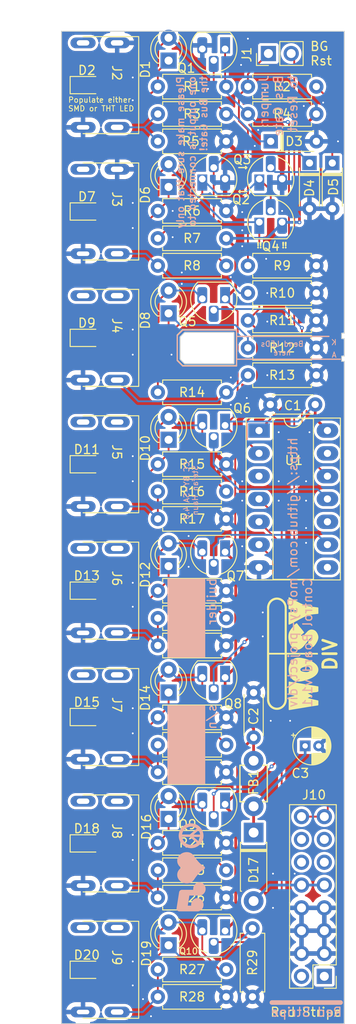
<source format=kicad_pcb>
(kicad_pcb (version 20221018) (generator pcbnew)
  (title_block (title "DIV") (date "2023-05-16") (rev "v1.1") (company "moPsy"))
  (layers (0 "F.Cu" signal) (31 "B.Cu" signal) (34 "B.Paste" user) (35 "F.Paste" user) (36 "B.SilkS" user "B.Silkscreen") (37 "F.SilkS" user "F.Silkscreen") (38 "B.Mask" user) (39 "F.Mask" user) (44 "Edge.Cuts" user))
  (net 0 "")
  (net 1 "Net-(D17-K)")
  (net 2 "GND")
  (net 3 "+12V")
  (net 4 "Net-(D1-K)")
  (net 5 "Net-(D5-K)")
  (net 6 "Net-(D3-K)")
  (net 7 "Net-(D4-K)")
  (net 8 "/RESET_IN")
  (net 9 "Net-(D6-K)")
  (net 10 "Net-(D8-K)")
  (net 11 "Net-(D14-K)")
  (net 12 "Net-(D14-A)")
  (net 13 "Net-(D8-A)")
  (net 14 "Net-(D16-K)")
  (net 15 "Net-(D10-K)")
  (net 16 "Net-(D10-A)")
  (net 17 "Net-(D16-A)")
  (net 18 "Net-(D17-A)")
  (net 19 "Net-(D12-K)")
  (net 20 "Net-(D12-A)")
  (net 21 "Net-(D19-A)")
  (net 22 "Net-(J1-Pin_1)")
  (net 23 "Gate")
  (net 24 "Net-(J3-PadT)")
  (net 25 "Net-(J2-PadT)")
  (net 26 "Net-(J4-PadT)")
  (net 31 "Net-(J5-PadT)")
  (net 32 "Net-(J6-PadT)")
  (net 33 "Net-(J7-PadT)")
  (net 34 "Net-(J8-PadT)")
  (net 35 "Net-(J9-PadT)")
  (net 38 "/CLOCK_IN")
  (net 39 "/Gate Output 2/GATE_OUT")
  (net 40 "/Gate Output 4/GATE_OUT")
  (net 41 "/Gate Output 8/GATE_OUT")
  (net 42 "/Gate Output 16/GATE_OUT")
  (net 43 "/Gate Output 32/GATE_OUT")
  (net 44 "/Gate Output 64/GATE_OUT")
  (net 52 "Net-(Q2-C)")
  (net 53 "Net-(D19-K)")
  (footprint "moPsy:FBeadL4D4" (layer "F.Cu") (at 136.398 127.762 90)
    (fp_text reference "FB1")
    (fp_text value "FerriteBead")
  )
  (footprint "Package_TO_SOT_THT:TO-92_HandSolder" (layer "F.Cu") (at 130.683 60.452)
    (fp_text reference "Q2")
    (fp_text value "BC547")
  )
  (footprint "Resistor_THT:R_Axial_DIN0207_L6.3mm_D2.5mm_P7.62mm_Horizontal" (layer "F.Cu") (at 133.35 92.202 180)
    (fp_text reference "R15")
    (fp_text value "10k")
  )
  (footprint "Package_TO_SOT_THT:TO-92_HandSolder" (layer "F.Cu") (at 133.223 115.951 180)
    (fp_text reference "Q8")
    (fp_text value "BC547")
  )
  (footprint "LED_THT:LED_D3.0mm" (layer "F.Cu") (at 126.9282 117.6271 90)
    (fp_text reference "D14")
    (fp_text value "gn")
  )
  (footprint "LED_THT:LED_D3.0mm" (layer "F.Cu") (at 126.9282 61.341 90)
    (fp_text reference "D6")
    (fp_text value "rt")
  )
  (footprint "Resistor_THT:R_Axial_DIN0207_L6.3mm_D2.5mm_P7.62mm_Horizontal" (layer "F.Cu") (at 143.383 70.104 180)
    (fp_text reference "R9")
    (fp_text value "1M")
  )
  (footprint "Resistor_THT:R_Axial_DIN0207_L6.3mm_D2.5mm_P7.62mm_Horizontal" (layer "F.Cu") (at 136.271 151.511 90)
    (fp_text reference "R29")
    (fp_text value "10k")
  )
  (footprint "moPsy:D_DO-35_SOD27_P5.08mm_Horizontal" (layer "F.Cu") (at 138.303 56.261)
    (fp_text reference "D3")
    (fp_text value "1N4148")
  )
  (footprint "Resistor_THT:R_Axial_DIN0207_L6.3mm_D2.5mm_P7.62mm_Horizontal" (layer "F.Cu") (at 143.383 82.296 180)
    (fp_text reference "R13")
    (fp_text value "2k2")
  )
  (footprint "Resistor_THT:R_Axial_DIN0207_L6.3mm_D2.5mm_P7.62mm_Horizontal" (layer "F.Cu") (at 133.35 50.165 180)
    (fp_text reference "R1")
    (fp_text value "10k")
  )
  (footprint "Resistor_THT:R_Axial_DIN0207_L6.3mm_D2.5mm_P7.62mm_Horizontal" (layer "F.Cu") (at 125.73 123.444)
    (fp_text reference "R22")
    (fp_text value "2k2")
  )
  (footprint "Resistor_THT:R_Axial_DIN0207_L6.3mm_D2.5mm_P7.62mm_Horizontal" (layer "F.Cu") (at 133.35 98.298 180)
    (fp_text reference "R17")
    (fp_text value "2k2")
  )
  (footprint "Package_TO_SOT_THT:TO-92_HandSolder" (layer "F.Cu") (at 133.223 101.981 180)
    (fp_text reference "Q7")
    (fp_text value "BC547")
  )
  (footprint "Resistor_THT:R_Axial_DIN0207_L6.3mm_D2.5mm_P7.62mm_Horizontal" (layer "F.Cu") (at 135.763 50.165)
    (fp_text reference "R2")
    (fp_text value "10k")
  )
  (footprint "LED_THT:LED_D3.0mm" (layer "F.Cu") (at 126.9282 103.5557 90)
    (fp_text reference "D12")
    (fp_text value "gn")
  )
  (footprint "Capacitor_THT:CP_Radial_D4.0mm_P1.50mm" (layer "F.Cu") (at 142.137 123.571)
    (fp_text reference "C3")
    (fp_text value "10u")
  )
  (footprint "Resistor_THT:R_Axial_DIN0207_L6.3mm_D2.5mm_P7.62mm_Horizontal" (layer "F.Cu") (at 133.35 120.396 180)
    (fp_text reference "R21")
    (fp_text value "10k")
  )
  (footprint "moPsy:CLIFF 3.5mm S6 Mono Jack Socket" (layer "F.Cu") (at 115 148.5 -90)
    (fp_text reference "J9")
    (fp_text value "OUT")
  )
  (footprint "LED_THT:LED_D3.0mm" (layer "F.Cu") (at 126.9282 145.77 90)
    (fp_text reference "D19")
    (fp_text value "gn")
  )
  (footprint "moPsy:CLIFF 3.5mm S6 Mono Jack Socket" (layer "F.Cu") (at 115 78.1429 -90)
    (fp_text reference "J4")
    (fp_text value "OUT")
  )
  (footprint "moPsy:D_DO-35_SOD27_P5.08mm_Horizontal" (layer "F.Cu") (at 142.621 58.674 -90)
    (fp_text reference "D4")
    (fp_text value "1N4148")
  )
  (footprint "moPsy:CLIFF 3.5mm S6 Mono Jack Socket" (layer "F.Cu") (at 115 64.0714 -90)
    (fp_text reference "J3")
    (fp_text value "Rst")
  )
  (footprint "Resistor_THT:R_Axial_DIN0207_L6.3mm_D2.5mm_P7.62mm_Horizontal" (layer "F.Cu") (at 125.73 53.213)
    (fp_text reference "R3")
    (fp_text value "10k")
  )
  (footprint "LED_THT:LED_D3.0mm" (layer "F.Cu") (at 126.9282 131.6986 90)
    (fp_text reference "D16")
    (fp_text value "gn")
  )
  (footprint "moPsy:D_DO-35_SOD27_P5.08mm_Horizontal" (layer "F.Cu") (at 145.161 58.674 -90)
    (fp_text reference "D5")
    (fp_text value "1N4148")
  )
  (footprint "LED_THT:LED_D3.0mm" (layer "F.Cu") (at 126.9282 47.27 90)
    (fp_text reference "D1")
    (fp_text value "ye")
  )
  (footprint "Resistor_THT:R_Axial_DIN0207_L6.3mm_D2.5mm_P7.62mm_Horizontal" (layer "F.Cu") (at 133.35 106.299 180)
    (fp_text reference "R18")
    (fp_text value "10k")
  )
  (footprint "LED_SMD:LED_0805_2012Metric_Pad1.15x1.40mm_HandSolder" (layer "F.Cu") (at 117.825 50)
    (fp_text reference "D2")
    (fp_text value "gn")
  )
  (footprint "LED_SMD:LED_0805_2012Metric_Pad1.15x1.40mm_HandSolder" (layer "F.Cu") (at 117.825 106.2857)
    (fp_text reference "D13")
    (fp_text value "gn")
  )
  (footprint "LED_SMD:LED_0805_2012Metric_Pad1.15x1.40mm_HandSolder" (layer "F.Cu") (at 117.825 134.4286)
    (fp_text reference "D18")
    (fp_text value "gn")
  )
  (footprint "LED_THT:LED_D3.0mm" (layer "F.Cu") (at 126.9282 75.4129 90)
    (fp_text reference "D8")
    (fp_text value "gn")
  )
  (footprint "Capacitor_THT:C_Disc_D4.3mm_W1.9mm_P5.00mm" (layer "F.Cu") (at 136.398 122.642 90)
    (fp_text reference "C2")
    (fp_text value "100n")
  )
  (footprint "moPsy:CLIFF 3.5mm S6 Mono Jack Socket" (layer "F.Cu") (at 115 106.2857 -90)
    (fp_text reference "J6")
    (fp_text value "OUT")
  )
  (footprint "Resistor_THT:R_Axial_DIN0207_L6.3mm_D2.5mm_P7.62mm_Horizontal" (layer "F.Cu") (at 133.35 112.395 180)
    (fp_text reference "R20")
    (fp_text value "2k2")
  )
  (footprint "Package_TO_SOT_THT:TO-92_HandSolder" (layer "F.Cu") (at 133.223 45.974 180)
    (fp_text reference "Q1")
    (fp_text value "BC547")
  )
  (footprint "Resistor_THT:R_Axial_DIN0207_L6.3mm_D2.5mm_P7.62mm_Horizontal" (layer "F.Cu") (at 133.35 126.492 180)
    (fp_text reference "R23")
    (fp_text value "2k2")
  )
  (footprint "Package_TO_SOT_THT:TO-92_HandSolder" (layer "F.Cu") (at 133.223 73.787 180)
    (fp_text reference "Q5")
    (fp_text value "BC547")
  )
  (footprint "Package_TO_SOT_THT:TO-92_HandSolder" (layer "F.Cu") (at 133.223 144.166 180)
    (fp_text reference "Q10")
    (fp_text value "BC547")
  )
  (footprint "LED_SMD:LED_0805_2012Metric_Pad1.15x1.40mm_HandSolder" (layer "F.Cu") (at 117.825 92.2143)
    (fp_text reference "D11")
    (fp_text value "gn")
  )
  (footprint "Resistor_THT:R_Axial_DIN0207_L6.3mm_D2.5mm_P7.62mm_Horizontal" (layer "F.Cu") (at 125.73 109.347)
    (fp_text reference "R19")
    (fp_text value "2k2")
  )
  (footprint "moPsy:CLIFF 3.5mm S6 Mono Jack Socket" (layer "F.Cu") (at 115 120.3571 -90)
    (fp_text reference "J7")
    (fp_text value "OUT")
  )
  (footprint "Resistor_THT:R_Axial_DIN0207_L6.3mm_D2.5mm_P7.62mm_Horizontal" (layer "F.Cu") (at 133.35 84.201 180)
    (fp_text reference "R14")
    (fp_text value "2k2")
  )
  (footprint "Connector_PinHeader_2.54mm:PinHeader_1x02_P2.54mm_Vertical" (layer "F.Cu") (at 138.044 46.482 90)
    (fp_text reference "J1")
    (fp_text value "Bus Gate Reset")
  )
  (footprint "Resistor_THT:R_Axial_DIN0207_L6.3mm_D2.5mm_P7.62mm_Horizontal" (layer "F.Cu") (at 125.73 67.056)
    (fp_text reference "R7")
    (fp_text value "10k")
  )
  (footprint "Resistor_THT:R_Axial_DIN0207_L6.3mm_D2.5mm_P7.62mm_Horizontal" (layer "F.Cu") (at 143.383 79.248 180)
    (fp_text reference "R12")
    (fp_text value "10k")
  )
  (footprint "LED_SMD:LED_0805_2012Metric_Pad1.15x1.40mm_HandSolder" (layer "F.Cu") (at 117.825 64.0714)
    (fp_text reference "D7")
    (fp_text value "gn")
  )
  (footprint "Resistor_THT:R_Axial_DIN0207_L6.3mm_D2.5mm_P7.62mm_Horizontal" (layer "F.Cu") (at 133.35 64.008 180)
    (fp_text reference "R6")
    (fp_text value "10k")
  )
  (footprint "moPsy:CLIFF 3.5mm S6 Mono Jack Socket" (layer "F.Cu") (at 115 92.2143 -90)
    (fp_text reference "J5")
    (fp_text value "OUT")
  )
  (footprint "Resistor_THT:R_Axial_DIN0207_L6.3mm_D2.5mm_P7.62mm_Horizontal" (layer "F.Cu") (at 125.73 148.463)
    (fp_text reference "R27")
    (fp_text value "2k2")
  )
  (footprint "Package_TO_SOT_THT:TO-92_HandSolder" (layer "F.Cu") (at 133.223 87.884 180)
    (fp_text reference "Q6")
    (fp_text value "BC547")
  )
  (footprint "Capacitor_THT:C_Disc_D4.3mm_W1.9mm_P5.00mm" (layer "F.Cu") (at 143.256 85.56 180)
    (fp_text reference "C1")
    (fp_text value "100n")
  )
  (footprint "Resistor_THT:R_Axial_DIN0207_L6.3mm_D2.5mm_P7.62mm_Horizontal" (layer "F.Cu") (at 125.73 70.104)
    (fp_text reference "R8")
    (fp_text value "10k")
  )
  (footprint "Package_TO_SOT_THT:TO-92_HandSolder" (layer "F.Cu") (at 133.223 130.069 180)
    (fp_text reference "Q9")
    (fp_text value "BC547")
  )
  (footprint "Package_DIP:DIP-14_W7.62mm_Socket_LongPads" (layer "F.Cu") (at 137 88.46)
    (fp_text reference "U1")
    (fp_text value "4024")
  )
  (footprint "Resistor_THT:R_Axial_DIN0207_L6.3mm_D2.5mm_P7.62mm_Horizontal" (layer "F.Cu") (at 133.35 151.511 180)
    (fp_text reference "R28")
    (fp_text value "2k2")
  )
  (footprint "moPsy:CLIFF 3.5mm S6 Mono Jack Socket" (layer "F.Cu") (at 115 134.4286 -90)
    (fp_text reference "J8")
    (fp_text value "OUT")
  )
  (footprint "Resistor_THT:R_Axial_DIN0207_L6.3mm_D2.5mm_P7.62mm_Horizontal" (layer "F.Cu") (at 133.35 134.366 180)
    (fp_text reference "R24")
    (fp_text value "10k")
  )
  (footprint "Resistor_THT:R_Axial_DIN0207_L6.3mm_D2.5mm_P7.62mm_Horizontal" (layer "F.Cu") (at 133.35 140.462 180)
    (fp_text reference "R26")
    (fp_text value "2k2")
  )
  (footprint "moPsy:CLIFF 3.5mm S6 Mono Jack Socket" (layer "F.Cu") (at 115 50 -90)
    (fp_text reference "J2")
    (fp_text value "Clk")
  )
  (footprint "Resistor_THT:R_Axial_DIN0207_L6.3mm_D2.5mm_P7.62mm_Horizontal" (layer "F.Cu") (at 133.35 56.261 180)
    (fp_text reference "R5")
    (fp_text value "1M")
  )
  (footprint "Resistor_THT:R_Axial_DIN0207_L6.3mm_D2.5mm_P7.62mm_Horizontal" (layer "F.Cu") (at 125.73 137.414)
    (fp_text reference "R25")
    (fp_text value "2k2")
  )
  (footprint "Package_TO_SOT_THT:TO-92_HandSolder" (layer "F.Cu") (at 137.033 60.452)
    (fp_text reference "Q3")
    (fp_text value "BC547")
  )
  (footprint "LED_SMD:LED_0805_2012Metric_Pad1.15x1.40mm_HandSolder" (layer "F.Cu") (at 117.825 148.5)
    (fp_text reference "D20")
    (fp_text value "gn")
  )
  (footprint "Resistor_THT:R_Axial_DIN0207_L6.3mm_D2.5mm_P7.62mm_Horizontal" (layer "F.Cu") (at 143.383 73.152 180)
    (fp_text reference "R10")
    (fp_text value "1M")
  )
  (footprint "LED_SMD:LED_0805_2012Metric_Pad1.15x1.40mm_HandSolder" (layer "F.Cu") (at 117.825 120.3571)
    (fp_text reference "D15")
    (fp_text value "gn")
  )
  (footprint "Connector_PinHeader_2.54mm:PinHeader_2x08_P2.54mm_Vertical" (layer "F.Cu") (at 144.272 149.225 180)
    (fp_text reference "J10")
    (fp_text value "PWR")
  )
  (footprint "LED_THT:LED_D3.0mm" (layer "F.Cu") (at 126.9282 89.4843 90)
    (fp_text reference "D10")
    (fp_text value "gn")
  )
  (footprint "Package_TO_SOT_THT:TO-92_HandSolder" (layer "F.Cu") (at 137.033 65.257)
    (fp_text reference "Q4")
    (fp_text value "BC557")
  )
  (footprint "Resistor_THT:R_Axial_DIN0207_L6.3mm_D2.5mm_P7.62mm_Horizontal" (layer "F.Cu") (at 135.763 53.213)
    (fp_text reference "R4")
    (fp_text value "10k")
  )
  (footprint "LED_SMD:LED_0805_2012Metric_Pad1.15x1.40mm_HandSolder" (layer "F.Cu") (at 117.825 78.1429)
    (fp_text reference "D9")
    (fp_text value "gn")
  )
  (footprint "Resistor_THT:R_Axial_DIN0207_L6.3mm_D2.5mm_P7.62mm_Horizontal" (layer "F.Cu") (at 125.73 95.25)
    (fp_text reference "R16")
    (fp_text value "2k2")
  )
  (footprint "Diode_THT:D_DO-41_SOD81_P7.62mm_Horizontal" (layer "F.Cu") (at 136.398 133.223 -90)
    (fp_text reference "D17")
    (fp_text value "1N5817")
  )
  (footprint "Resistor_THT:R_Axial_DIN0207_L6.3mm_D2.5mm_P7.62mm_Horizontal" (layer "F.Cu") (at 143.383 76.2 180)
    (fp_text reference "R11")
    (fp_text value "10k")
  )
  (gr_line (start 129.252147 132.391412) (end 129.312094 132.383795) (stroke (width 0.36)) (layer "B.SilkS"))
  (gr_line (start 130.427838 134.245181) (end 130.394442 134.292145) (stroke (width 0.36)) (layer "B.SilkS"))
  (gr_line (start 130.5947 133.276095) (end 130.608075 133.334048) (stroke (width 0.36)) (layer "B.SilkS"))
  (gr_line (start 128.236721 133.575455) (end 128.238279 133.513814) (stroke (width 0.36)) (layer "B.SilkS"))
  (gr_line (start 128.309406 133.163596) (end 128.330853 133.1092) (stroke (width 0.36)) (layer "B.SilkS"))
  (gr_line (start 129.953881 134.655179) (end 129.900821 134.679167) (stroke (width 0.36)) (layer "B.SilkS"))
  (gr_line (start 128.330853 133.1092) (end 128.354841 133.05614) (stroke (width 0.36)) (layer "B.SilkS"))
  (gr_line (start 129.675974 134.748964) (end 129.616986 134.759498) (stroke (width 0.36)) (layer "B.SilkS"))
  (gr_line (start 128.717876 134.535331) (end 128.672625 134.49977) (stroke (width 0.36)) (layer "B.SilkS"))
  (gr_line (start 128.250522 133.757875) (end 128.242905 133.697928) (stroke (width 0.36)) (layer "B.SilkS"))
  (gr_line (start 130.630852 133.513814) (end 130.632411 133.575455) (stroke (width 0.36)) (layer "B.SilkS"))
  (gr_line (start 130.055692 132.551026) (end 130.104292 132.582183) (stroke (width 0.36)) (layer "B.SilkS"))
  (gr_line (start 130.104292 134.568727) (end 130.055692 134.599884) (stroke (width 0.36)) (layer "B.SilkS"))
  (gr_line (start 128.250522 133.393035) (end 128.261057 133.334048) (stroke (width 0.36)) (layer "B.SilkS"))
  (gr_line (start 128.493 77.27) (end 127.893 77.87) (stroke (width 0.15)) (layer "B.SilkS"))
  (gr_line (start 129.434567 134.7733) (end 129.372926 134.771741) (stroke (width 0.36)) (layer "B.SilkS"))
  (gr_line (start 129.733926 134.735589) (end 129.675974 134.748964) (stroke (width 0.36)) (layer "B.SilkS"))
  (gr_line (start 128.587562 132.728451) (end 128.629162 132.688789) (stroke (width 0.36)) (layer "B.SilkS"))
  (gr_line (start 130.104292 132.582183) (end 130.151256 132.61558) (stroke (width 0.36)) (layer "B.SilkS"))
  (gr_line (start 130.51429 133.05614) (end 130.538278 133.1092) (stroke (width 0.36)) (layer "B.SilkS"))
  (gr_line (start 130.559726 133.163596) (end 130.578558 133.219253) (stroke (width 0.36)) (layer "B.SilkS"))
  (gr_line (start 130.626227 133.697928) (end 130.618609 133.757875) (stroke (width 0.36)) (layer "B.SilkS"))
  (gr_line (start 128.290573 133.219253) (end 128.309406 133.163596) (stroke (width 0.36)) (layer "B.SilkS"))
  (gr_line (start 129.193159 132.401946) (end 129.252147 132.391412) (stroke (width 0.36)) (layer "B.SilkS"))
  (gr_line (start 128.242905 133.452982) (end 128.250522 133.393035) (stroke (width 0.36)) (layer "B.SilkS"))
  (gr_line (start 128.47469 134.292145) (end 128.441294 134.245181) (stroke (width 0.36)) (layer "B.SilkS"))
  (gr_line (start 130.5947 133.874815) (end 130.578558 133.931657) (stroke (width 0.36)) (layer "B.SilkS"))
  (gr_line (start 128.51025 132.813515) (end 128.547899 132.770051) (stroke (width 0.36)) (layer "B.SilkS"))
  (gr_line (start 129.616986 134.759498) (end 129.557039 134.767116) (stroke (width 0.36)) (layer "B.SilkS"))
  (gr_line (start 128.915251 134.655179) (end 128.863602 134.628726) (stroke (width 0.36)) (layer "B.SilkS"))
  (gr_line (start 130.538278 133.1092) (end 130.559726 133.163596) (stroke (width 0.36)) (layer "B.SilkS"))
  (gr_line (start 130.151256 134.535331) (end 130.104292 134.568727) (stroke (width 0.36)) (layer "B.SilkS"))
  (gr_line (start 146.0845 152.146) (end 138.426 152.146) (stroke (width 0.5)) (layer "B.SilkS"))
  (gr_line (start 128.290573 133.931657) (end 128.274432 133.874815) (stroke (width 0.36)) (layer "B.SilkS"))
  (gr_line (start 128.274432 133.874815) (end 128.261057 133.816863) (stroke (width 0.36)) (layer "B.SilkS"))
  (gr_line (start 130.632411 133.575455) (end 130.630852 133.637096) (stroke (width 0.36)) (layer "B.SilkS"))
  (gr_line (start 128.354841 133.05614) (end 128.381294 133.004491) (stroke (width 0.36)) (layer "B.SilkS"))
  (gr_line (start 130.578558 133.931657) (end 130.559726 133.987314) (stroke (width 0.36)) (layer "B.SilkS"))
  (gr_line (start 130.00553 134.628726) (end 129.953881 134.655179) (stroke (width 0.36)) (layer "B.SilkS"))
  (gr_line (start 130.427838 132.905729) (end 130.458995 132.954329) (stroke (width 0.36)) (layer "B.SilkS"))
  (gr_line (start 134.493 77.27) (end 128.493 77.27) (stroke (width 0.15)) (layer "B.SilkS"))
  (gr_line (start 130.394442 134.292145) (end 130.358881 134.337396) (stroke (width 0.36)) (layer "B.SilkS"))
  (gr_rect (start 126.873 119.126) (end 130.937 127.762) (stroke (width 0.15)) (fill solid) (layer "B.SilkS"))
  (gr_line (start 128.629162 132.688789) (end 128.672625 132.65114) (stroke (width 0.36)) (layer "B.SilkS"))
  (gr_line (start 130.559726 133.987314) (end 130.538278 134.04171) (stroke (width 0.36)) (layer "B.SilkS"))
  (gr_line (start 129.327237 133.56055) (end 130.247982 134.342027) (stroke (width 0.269999)) (layer "B.SilkS"))
  (gr_line (start 129.557039 132.383795) (end 129.616986 132.391412) (stroke (width 0.36)) (layer "B.SilkS"))
  (gr_line (start 130.626227 133.452982) (end 130.630852 133.513814) (stroke (width 0.36)) (layer "B.SilkS"))
  (gr_line (start 130.487838 133.004491) (end 130.51429 133.05614) (stroke (width 0.36)) (layer "B.SilkS"))
  (gr_line (start 129.312094 134.767116) (end 129.252147 134.759498) (stroke (width 0.36)) (layer "B.SilkS"))
  (gr_line (start 128.915251 132.495731) (end 128.968311 132.471743) (stroke (width 0.36)) (layer "B.SilkS"))
  (gr_line (start 130.630852 133.637096) (end 130.626227 133.697928) (stroke (width 0.36)) (layer "B.SilkS"))
  (gr_line (start 129.135206 132.415322) (end 129.193159 132.401946) (stroke (width 0.36)) (layer "B.SilkS"))
  (gr_line (start 129.372926 134.771741) (end 129.312094 134.767116) (stroke (width 0.36)) (layer "B.SilkS"))
  (gr_line (start 128.274432 133.276095) (end 128.290573 133.219253) (stroke (width 0.36)) (layer "B.SilkS"))
  (gr_line (start 134.493 77.978) (end 144.78 77.978) (stroke (width 0.15)) (layer "B.SilkS"))
  (gr_line (start 130.28157 132.728451) (end 130.321233 132.770051) (stroke (width 0.36)) (layer "B.SilkS"))
  (gr_line (start 129.733926 132.415322) (end 129.790769 132.431463) (stroke (width 0.36)) (layer "B.SilkS"))
  (gr_line (start 128.441294 134.245181) (end 128.410137 134.196581) (stroke (width 0.36)) (layer "B.SilkS"))
  (gr_line (start 129.434567 132.37761) (end 129.496208 132.379169) (stroke (width 0.36)) (layer "B.SilkS"))
  (gr_line (start 129.900821 132.471743) (end 129.953881 132.495731) (stroke (width 0.36)) (layer "B.SilkS"))
  (gr_line (start 129.022707 134.700615) (end 128.968311 134.679167) (stroke (width 0.36)) (layer "B.SilkS"))
  (gr_line (start 128.261057 133.334048) (end 128.274432 133.276095) (stroke (width 0.36)) (layer "B.SilkS"))
  (gr_line (start 128.968311 134.679167) (end 128.915251 134.655179) (stroke (width 0.36)) (layer "B.SilkS"))
  (gr_line (start 129.312094 132.383795) (end 129.372926 132.379169) (stroke (width 0.36)) (layer "B.SilkS"))
  (gr_line (start 130.196507 134.49977) (end 130.151256 134.535331) (stroke (width 0.36)) (layer "B.SilkS"))
  (gr_poly (pts (xy 128.06876 137.942886) (xy 128.069541 137.962703) (xy 128.070841 137.982323) (xy 128.072662 138.001748) (xy 128.075002 138.020977) (xy 128.077863 138.04001) (xy 128.081244 138.058847) (xy 128.085145 138.077488) (xy 128.089567 138.095933) (xy 128.094508 138.114183) (xy 128.09997 138.132236) (xy 128.105951 138.150094) (xy 128.112453 138.167756) (xy 128.119475 138.185222) (xy 128.127017 138.202492) (xy 128.135079 138.219566) (xy 128.1442 138.237457) (xy 128.15373 138.255086) (xy 128.163669 138.272454) (xy 128.174016 138.28956) (xy 128.184772 138.306406) (xy 128.195937 138.32299) (xy 128.20751 138.339314) (xy 128.219492 138.355376) (xy 128.231883 138.371177) (xy 128.244683 138.386716) (xy 128.257891 138.401995) (xy 128.271507 138.417013) (xy 128.285533 138.431769) (xy 128.299967 138.446264) (xy 128.314809 138.460498) (xy 128.330061 138.474471) (xy 128.34625 138.488607) (xy 128.362719 138.502286) (xy 128.379466 138.515508) (xy 128.396492 138.528273) (xy 128.413796 138.540581) (xy 128.431379 138.552432) (xy 128.449241 138.563825) (xy 128.467381 138.574762) (xy 128.4858 138.585241) (xy 128.504498 138.595264) (xy 128.523474 138.604829) (xy 128.542729 138.613937) (xy 128.562263 138.622589) (xy 128.582075 138.630783) (xy 128.602166 138.63852) (xy 128.622536 138.6458) (xy 128.6431 138.652884) (xy 128.663776 138.659511) (xy 128.684563 138.665682) (xy 128.705462 138.671395) (xy 128.726472 138.676651) (xy 128.747594 138.68145) (xy 128.768827 138.685792) (xy 128.790172 138.689677) (xy 128.811628 138.693105) (xy 128.833195 138.696076) (xy 128.854874 138.69859) (xy 128.876665 138.700647) (xy 128.898567 138.702247) (xy 128.92058 138.703389) (xy 128.942705 138.704075) (xy 128.964942 138.704304) (xy 129.017802 138.70272) (xy 129.069381 138.69797) (xy 129.119677 138.690053) (xy 129.168692 138.67897) (xy 129.216426 138.664719) (xy 129.262877 138.647302) (xy 129.308047 138.626719) (xy 129.351935 138.602968) (xy 129.394541 138.576051) (xy 129.435865 138.545967) (xy 129.475907 138.512716) (xy 129.514668 138.476299) (xy 129.552147 138.436715) (xy 129.588344 138.393964) (xy 129.623259 138.348047) (xy 129.656893 138.298963) (xy 129.728795 138.192339) (xy 129.80064 138.090286) (xy 129.87243 137.992803) (xy 129.944165 137.899891) (xy 130.015843 137.811549) (xy 130.087466 137.727778) (xy 130.159033 137.648577) (xy 130.230545 137.573947) (xy 130.302 137.503887) (xy 130.3734 137.438398) (xy 130.444744 137.377479) (xy 130.516033 137.321131) (xy 130.587266 137.269354) (xy 130.658443 137.222147) (xy 130.729564 137.17951) (xy 130.80063 137.141444) (xy 130.729564 137.103378) (xy 130.658443 137.060741) (xy 130.587266 137.013534) (xy 130.516033 136.961756) (xy 130.444744 136.905408) (xy 130.3734 136.844489) (xy 130.302 136.779) (xy 130.230545 136.708941) (xy 130.159033 136.63431) (xy 130.087466 136.55511) (xy 130.015843 136.471339) (xy 129.944165 136.382997) (xy 129.87243 136.290085) (xy 129.80064 136.192602) (xy 129.728795 136.090549) (xy 129.656893 135.983925) (xy 129.622702 135.934841) (xy 129.587304 135.888923) (xy 129.550698 135.846172) (xy 129.512885 135.806588) (xy 129.473864 135.770171) (xy 129.433636 135.73692) (xy 129.3922 135.706837) (xy 129.37103 135.692982) (xy 129.349557 135.679919) (xy 129.327783 135.667648) (xy 129.305707 135.656169) (xy 129.283329 135.645481) (xy 129.260649 135.635585) (xy 129.237667 135.626481) (xy 129.214383 135.618168) (xy 129.190797 135.610647) (xy 129.16691 135.603918) (xy 129.14272 135.597981) (xy 129.118229 135.592835) (xy 129.093436 135.58848) (xy 129.068341 135.584918) (xy 129.017245 135.580168) (xy 128.964942 135.578585) (xy 128.92058 135.579466) (xy 128.876665 135.58211) (xy 128.833195 135.586517) (xy 128.790172 135.592688) (xy 128.747594 135.600621) (xy 128.705462 135.610317) (xy 128.663776 135.621776) (xy 128.622536 135.634998) (xy 128.602166 135.642532) (xy 128.582075 135.650505) (xy 128.562263 135.65892) (xy 128.542729 135.667775) (xy 128.523474 135.677071) (xy 128.504498 135.686808) (xy 128.4858 135.696986) (xy 128.467381 135.707604) (xy 128.449241 135.718663) (xy 128.431379 135.730163) (xy 128.413796 135.742103) (xy 128.396492 135.754484) (xy 128.379466 135.767306) (xy 128.362719 135.780568) (xy 128.34625 135.794272) (xy 128.330061 135.808416) (xy 128.314809 135.822389) (xy 128.299967 135.836623) (xy 128.285533 135.851118) (xy 128.271507 135.865874) (xy 128.257891 135.880892) (xy 128.244683 135.89617) (xy 128.231883 135.91171) (xy 128.219492 135.927511) (xy 128.20751 135.943573) (xy 128.195937 135.959897) (xy 128.184772 135.976481) (xy 128.174016 135.993327) (xy 128.163669 136.010434) (xy 128.15373 136.027802) (xy 128.1442 136.045431) (xy 128.135079 136.063322) (xy 128.127017 136.080396) (xy 128.119475 136.097666) (xy 128.112453 136.115132) (xy 128.105951 136.132794) (xy 128.09997 136.150652) (xy 128.094508 136.168705) (xy 128.089567 136.186955) (xy 128.085145 136.2054) (xy 128.081244 136.224041) (xy 128.077863 136.242879) (xy 128.075002 136.261912) (xy 128.072662 136.281141) (xy 128.070841 136.300565) (xy 128.069541 136.320186) (xy 128.06876 136.340003) (xy 128.0685 136.360015) (xy 128.06876 136.380027) (xy 128.069541 136.399844) (xy 128.070841 136.419464) (xy 128.072662 136.438889) (xy 128.075002 136.458118) (xy 128.077863 136.477151) (xy 128.081244 136.495988) (xy 128.085145 136.514629) (xy 128.089567 136.533075) (xy 128.094508 136.551324) (xy 128.09997 136.569378) (xy 128.105951 136.587236) (xy 128.112453 136.604897) (xy 128.119475 136.622363) (xy 128.127017 136.639634) (xy 128.135079 136.656708) (xy 128.143922 136.674353) (xy 128.15321 136.69177) (xy 128.162945 136.708959) (xy 128.173125 136.725918) (xy 128.183751 136.74265) (xy 128.194823 136.759152) (xy 128.20634 136.775427) (xy 128.218303 136.791472) (xy 128.230713 136.80729) (xy 128.243568 136.822878) (xy 128.256869 136.838239) (xy 128.270615 136.85337) (xy 128.284808 136.868273) (xy 128.299446 136.882948) (xy 128.31453 136.897394) (xy 128.330061 136.911612) (xy 128.345674 136.92525) (xy 128.361604 136.938481) (xy 128.37785 136.951303) (xy 128.394411 136.963716) (xy 128.411288 136.975722) (xy 128.428481 136.98732) (xy 128.44599 136.99851) (xy 128.463814 137.009291) (xy 128.481955 137.019665) (xy 128.500411 137.02963) (xy 128.519183 137.039187) (xy 128.53827 137.048336) (xy 128.557674 137.057078) (xy 128.577393 137.065411) (xy 128.597428 137.073335) (xy 128.617779 137.080852) (xy 128.638083 137.08819) (xy 128.658573 137.095053) (xy 128.679249 137.101444) (xy 128.700111 137.107361) (xy 128.721158 137.112805) (xy 128.742392 137.117775) (xy 128.763811 137.122273) (xy 128.785415 137.126296) (xy 128.807206 137.129847) (xy 128.829182 137.132924) (xy 128.851344 137.135527) (xy 128.873692 137.137657) (xy 128.896226 137.139314) (xy 128.918945 137.140498) (xy 128.941851 137.141208) (xy 128.964942 137.141444) (xy 128.918945 137.142359) (xy 128.873692 137.145101) (xy 128.829182 137.149672) (xy 128.807206 137.152642) (xy 128.785415 137.15607) (xy 128.763811 137.159955) (xy 128.742392 137.164297) (xy 128.721158 137.169096) (xy 128.700111 137.174352) (xy 128.679249 137.180065) (xy 128.658573 137.186235) (xy 128.638083 137.192862) (xy 128.617779 137.199947) (xy 128.597428 137.207716) (xy 128.577393 137.215878) (xy 128.557673 137.224431) (xy 128.53827 137.233377) (xy 128.519182 137.242714) (xy 128.50041 137.252442) (xy 128.481954 137.262563) (xy 128.463814 137.273075) (xy 128.445989 137.283979) (xy 128.428481 137.295275) (xy 128.411288 137.306962) (xy 128.394411 137.319042) (xy 128.37785 137.331513) (xy 128.361604 137.344376) (xy 128.345674 137.35763) (xy 128.330061 137.371277) (xy 128.31453 137.385494) (xy 128.299446 137.39994) (xy 128.284808 137.414615) (xy 128.270615 137.429518) (xy 128.256869 137.44465) (xy 128.243568 137.46001) (xy 128.230713 137.475599) (xy 128.218303 137.491416) (xy 128.20634 137.507462) (xy 128.194823 137.523736) (xy 128.183751 137.540239) (xy 128.173125 137.55697) (xy 128.162945 137.57393) (xy 128.15321 137.591119) (xy 128.143922 137.608535) (xy 128.135079 137.626181) (xy 128.127017 137.643255) (xy 128.119475 137.660525) (xy 128.112453 137.677991) (xy 128.105951 137.695653) (xy 128.09997 137.713511) (xy 128.094508 137.731565) (xy 128.089567 137.749814) (xy 128.085145 137.768259) (xy 128.081244 137.7869) (xy 128.077863 137.805737) (xy 128.075002 137.82477) (xy 128.072662 137.843999) (xy 128.070841 137.863424) (xy 128.069541 137.883045) (xy 128.06876 137.902861) (xy 128.0685 137.922874)) (stroke (width 0.360001)) (fill solid) (layer "B.SilkS"))
  (gr_line (start 129.790769 134.719447) (end 129.733926 134.735589) (stroke (width 0.36)) (layer "B.SilkS"))
  (gr_line (start 129.846425 132.450295) (end 129.900821 132.471743) (stroke (width 0.36)) (layer "B.SilkS"))
  (gr_line (start 129.078364 132.431463) (end 129.135206 132.415322) (stroke (width 0.36)) (layer "B.SilkS"))
  (gr_line (start 134.493 81.27) (end 134.493 77.27) (stroke (width 0.15)) (layer "B.SilkS"))
  (gr_line (start 130.578558 133.219253) (end 130.5947 133.276095) (stroke (width 0.36)) (layer "B.SilkS"))
  (gr_line (start 128.410137 134.196581) (end 128.381294 134.146419) (stroke (width 0.36)) (layer "B.SilkS"))
  (gr_line (start 130.458995 134.196581) (end 130.427838 134.245181) (stroke (width 0.36)) (layer "B.SilkS"))
  (gr_line (start 128.81344 132.551026) (end 128.863602 132.522184) (stroke (width 0.36)) (layer "B.SilkS"))
  (gr_line (start 130.458995 132.954329) (end 130.487838 133.004491) (stroke (width 0.36)) (layer "B.SilkS"))
  (gr_line (start 130.00553 132.522184) (end 130.055692 132.551026) (stroke (width 0.36)) (layer "B.SilkS"))
  (gr_line (start 128.76484 132.582183) (end 128.81344 132.551026) (stroke (width 0.36)) (layer "B.SilkS"))
  (gr_line (start 128.672625 134.49977) (end 128.629162 134.462121) (stroke (width 0.36)) (layer "B.SilkS"))
  (gr_line (start 129.953881 132.495731) (end 130.00553 132.522184) (stroke (width 0.36)) (layer "B.SilkS"))
  (gr_line (start 128.863602 132.522184) (end 128.915251 132.495731) (stroke (width 0.36)) (layer "B.SilkS"))
  (gr_line (start 129.078364 134.719447) (end 129.022707 134.700615) (stroke (width 0.36)) (layer "B.SilkS"))
  (gr_line (start 130.358881 134.337396) (end 130.321233 134.380859) (stroke (width 0.36)) (layer "B.SilkS"))
  (gr_line (start 130.151256 132.61558) (end 130.196507 132.65114) (stroke (width 0.36)) (layer "B.SilkS"))
  (gr_line (start 129.557039 134.767116) (end 129.496208 134.771741) (stroke (width 0.36)) (layer "B.SilkS"))
  (gr_line (start 128.261057 133.816863) (end 128.250522 133.757875) (stroke (width 0.36)) (layer "B.SilkS"))
  (gr_line (start 129.135206 134.735589) (end 129.078364 134.719447) (stroke (width 0.36)) (layer "B.SilkS"))
  (gr_line (start 128.330853 134.04171) (end 128.309406 133.987314) (stroke (width 0.36)) (layer "B.SilkS"))
  (gr_line (start 128.47469 132.858765) (end 128.51025 132.813515) (stroke (width 0.36)) (layer "B.SilkS"))
  (gr_line (start 130.28157 134.422459) (end 130.23997 134.462121) (stroke (width 0.36)) (layer "B.SilkS"))
  (gr_line (start 130.538278 134.04171) (end 130.51429 134.09477) (stroke (width 0.36)) (layer "B.SilkS"))
  (gr_line (start 134.493 80.518) (end 146.05 80.518) (stroke (width 0.15)) (layer "B.SilkS"))
  (gr_line (start 129.616986 132.391412) (end 129.675974 132.401946) (stroke (width 0.36)) (layer "B.SilkS"))
  (gr_line (start 129.496208 134.771741) (end 129.434567 134.7733) (stroke (width 0.36)) (layer "B.SilkS"))
  (gr_line (start 130.055692 134.599884) (end 130.00553 134.628726) (stroke (width 0.36)) (layer "B.SilkS"))
  (gr_line (start 129.252147 134.759498) (end 129.193159 134.748964) (stroke (width 0.36)) (layer "B.SilkS"))
  (gr_line (start 128.238279 133.637096) (end 128.236721 133.575455) (stroke (width 0.36)) (layer "B.SilkS"))
  (gr_line (start 130.618609 133.393035) (end 130.626227 133.452982) (stroke (width 0.36)) (layer "B.SilkS"))
  (gr_line (start 130.53775 133.581423) (end 128.345308 133.569488) (stroke (width 0.269999)) (layer "B.SilkS"))
  (gr_line (start 130.321233 132.770051) (end 130.358881 132.813515) (stroke (width 0.36)) (layer "B.SilkS"))
  (gr_line (start 128.717876 132.61558) (end 128.76484 132.582183) (stroke (width 0.36)) (layer "B.SilkS"))
  (gr_line (start 130.618609 133.757875) (end 130.608075 133.816863) (stroke (width 0.36)) (layer "B.SilkS"))
  (gr_line (start 129.790769 132.431463) (end 129.846425 132.450295) (stroke (width 0.36)) (layer "B.SilkS"))
  (gr_line (start 128.441294 132.905729) (end 128.47469 132.858765) (stroke (width 0.36)) (layer "B.SilkS"))
  (gr_poly (pts (xy 127.996144 141.68497) (xy 127.996799 141.692434) (xy 127.997851 141.699835) (xy 127.999297 141.707156) (xy 128.001131 141.714383) (xy 128.00335 141.7215) (xy 128.005949 141.728491) (xy 128.008923 141.735342) (xy 128.012269 141.742037) (xy 128.01598 141.74856) (xy 128.020053 141.754896) (xy 128.024483 141.76103) (xy 128.029266 141.766946) (xy 128.034367 141.772595) (xy 128.039739 141.777929) (xy 128.045368 141.782942) (xy 128.051239 141.787627) (xy 128.057337 141.791977) (xy 128.063647 141.795985) (xy 128.070153 141.799643) (xy 128.076842 141.802946) (xy 128.083698 141.805887) (xy 128.090706 141.808457) (xy 128.097852 141.810651) (xy 128.10512 141.812462) (xy 128.112495 141.813882) (xy 128.119962 141.814905) (xy 128.127508 141.815524) (xy 128.135116 141.815732) (xy 130.130699 141.815732) (xy 130.156929 141.815006) (xy 130.182819 141.812851) (xy 130.208338 141.809303) (xy 130.233451 141.804397) (xy 130.258129 141.798169) (xy 130.282337 141.790653) (xy 130.306043 141.781884) (xy 130.329216 141.771899) (xy 130.351823 141.760732) (xy 130.373831 141.748418) (xy 130.395209 141.734993) (xy 130.415924 141.720492) (xy 130.435943 141.704951) (xy 130.455235 141.688404) (xy 130.473766 141.670887) (xy 130.491506 141.652435) (xy 130.50842 141.633083) (xy 130.524478 141.612867) (xy 130.539646 141.591822) (xy 130.553893 141.569983) (xy 130.567185 141.547386) (xy 130.579492 141.524065) (xy 130.59078 141.500056) (xy 130.601016 141.475394) (xy 130.61017 141.450114) (xy 130.618208 141.424253) (xy 130.625098 141.397844) (xy 130.630808 141.370923) (xy 130.635305 141.343526) (xy 130.638557 141.315688) (xy 130.640532 141.287444) (xy 130.641198 141.258829) (xy 130.640533 141.230214) (xy 130.638557 141.20197) (xy 130.635305 141.174131) (xy 130.630808 141.146734) (xy 130.625098 141.119814) (xy 130.618208 141.093405) (xy 130.610171 141.067543) (xy 130.601017 141.042263) (xy 130.590781 141.017601) (xy 130.579493 140.993592) (xy 130.567187 140.970271) (xy 130.553894 140.947673) (xy 130.539648 140.925834) (xy 130.52448 140.904789) (xy 130.508422 140.884573) (xy 130.491508 140.865221) (xy 130.473769 140.846769) (xy 130.455237 140.829251) (xy 130.435945 140.812704) (xy 130.415926 140.797163) (xy 130.395212 140.782662) (xy 130.373834 140.769237) (xy 130.351825 140.756923) (xy 130.329218 140.745755) (xy 130.306045 140.73577) (xy 130.282339 140.727001) (xy 130.25813 140.719485) (xy 130.233453 140.713256) (xy 130.208339 140.70835) (xy 130.18282 140.704802) (xy 130.156929 140.702648) (xy 130.130699 140.701922) (xy 130.104468 140.702648) (xy 130.078577 140.704802) (xy 130.053059 140.70835) (xy 130.027944 140.713256) (xy 130.003267 140.719485) (xy 129.979059 140.727001) (xy 129.955352 140.73577) (xy 129.932179 140.745755) (xy 129.909572 140.756923) (xy 129.887564 140.769237) (xy 129.866186 140.782662) (xy 129.845471 140.797163) (xy 129.825452 140.812704) (xy 129.806161 140.829251) (xy 129.787629 140.846769) (xy 129.76989 140.865221) (xy 129.752975 140.884573) (xy 129.736918 140.904789) (xy 129.72175 140.925834) (xy 129.707503 140.947673) (xy 129.694211 140.970271) (xy 129.681905 140.993592) (xy 129.670617 141.017601) (xy 129.66038 141.042263) (xy 129.651227 141.067543) (xy 129.643189 141.093405) (xy 129.636299 141.119814) (xy 129.630589 141.146734) (xy 129.626092 141.174131) (xy 129.62284 141.20197) (xy 129.620865 141.230214) (xy 129.6202 141.258829) (xy 129.6202 141.537281) (xy 128.854953 141.537281) (xy 129.089441 140.052197) (xy 130.362741 140.052197) (xy 130.388972 140.051471) (xy 130.414863 140.049316) (xy 130.440382 140.045768) (xy 130.465496 140.040862) (xy 130.490173 140.034633) (xy 130.514381 140.027117) (xy 130.538088 140.018349) (xy 130.561261 140.008363) (xy 130.583868 139.997196) (xy 130.605876 139.984882) (xy 130.627254 139.971457) (xy 130.647969 139.956956) (xy 130.667988 139.941414) (xy 130.68728 139.924867) (xy 130.705811 139.907349) (xy 130.72355 139.888897) (xy 130.740465 139.869545) (xy 130.756522 139.849329) (xy 130.77169 139.828284) (xy 130.785937 139.806444) (xy 130.799229 139.783847) (xy 130.811536 139.760526) (xy 130.822823 139.736516) (xy 130.83306 139.711854) (xy 130.842213 139.686575) (xy 130.850251 139.660713) (xy 130.857141 139.634304) (xy 130.862851 139.607383) (xy 130.867348 139.579986) (xy 130.8706 139.552148) (xy 130.872575 139.523904) (xy 130.873241 139.495289) (xy 130.872575 139.466674) (xy 130.8706 139.43843) (xy 130.867348 139.410591) (xy 130.862851 139.383194) (xy 130.857141 139.356274) (xy 130.850251 139.329865) (xy 130.842213 139.304003) (xy 130.83306 139.278723) (xy 130.822823 139.254061) (xy 130.811536 139.230052) (xy 130.799229 139.206731) (xy 130.785937 139.184133) (xy 130.77169 139.162294) (xy 130.756522 139.141249) (xy 130.740465 139.121032) (xy 130.72355 139.101681) (xy 130.705811 139.083228) (xy 130.68728 139.065711) (xy 130.667988 139.049164) (xy 130.647969 139.033622) (xy 130.627254 139.019121) (xy 130.605876 139.005696) (xy 130.583868 138.993382) (xy 130.561261 138.982215) (xy 130.538088 138.972229) (xy 130.514381 138.963461) (xy 130.490173 138.955945) (xy 130.465496 138.949716) (xy 130.440382 138.94481) (xy 130.414863 138.941262) (xy 130.388972 138.939107) (xy 130.362741 138.938381) (xy 130.336511 138.939107) (xy 130.310621 138.941262) (xy 130.285103 138.94481) (xy 130.259989 138.949716) (xy 130.235312 138.955945) (xy 130.211104 138.963461) (xy 130.187397 138.972229) (xy 130.164225 138.982215) (xy 130.141618 138.993382) (xy 130.11961 139.005696) (xy 130.098232 139.019121) (xy 130.077518 139.033622) (xy 130.057499 139.049164) (xy 130.038207 139.065711) (xy 130.019676 139.083228) (xy 130.001937 139.101681) (xy 129.985022 139.121032) (xy 129.968965 139.141249) (xy 129.953796 139.162294) (xy 129.93955 139.184133) (xy 129.926257 139.206731) (xy 129.913951 139.230052) (xy 129.902663 139.254061) (xy 129.892426 139.278723) (xy 129.883272 139.304003) (xy 129.875234 139.329865) (xy 129.868344 139.356274) (xy 129.862634 139.383194) (xy 129.858136 139.410591) (xy 129.854884 139.43843) (xy 129.852908 139.466674) (xy 129.852242 139.495289) (xy 129.852242 139.773745) (xy 128.413567 139.773745) (xy 128.407175 139.77389) (xy 128.40085 139.774321) (xy 128.394599 139.775033) (xy 128.388427 139.776019) (xy 128.382343 139.777273) (xy 128.376353 139.778791) (xy 128.370463 139.780565) (xy 128.364681 139.78259) (xy 128.359014 139.784861) (xy 128.353468 139.78737) (xy 128.34805 139.790113) (xy 128.342767 139.793084) (xy 128.337627 139.796276) (xy 128.332635 139.799684) (xy 128.327798 139.803302) (xy 128.323125 139.807124) (xy 128.31862 139.811145) (xy 128.314292 139.815357) (xy 128.310148 139.819757) (xy 128.306193 139.824336) (xy 128.302435 139.829091) (xy 128.29888 139.834015) (xy 128.295536 139.839101) (xy 128.29241 139.844345) (xy 128.289508 139.84974) (xy 128.286837 139.855281) (xy 128.284404 139.860961) (xy 128.282216 139.866775) (xy 128.28028 139.872717) (xy 128.278602 139.878781) (xy 128.27719 139.88496) (xy 128.27605 139.891251) (xy 127.997598 141.654785) (xy 127.996615 141.66235) (xy 127.996048 141.669913) (xy 127.995893 141.677458)) (stroke (width 0.359999)) (fill solid) (layer "B.SilkS"))
  (gr_line (start 130.23997 134.462121) (end 130.196507 134.49977) (stroke (width 0.36)) (layer "B.SilkS"))
  (gr_line (start 130.23997 132.688789) (end 130.28157 132.728451) (stroke (width 0.36)) (layer "B.SilkS"))
  (gr_line (start 130.487838 134.146419) (end 130.458995 134.196581) (stroke (width 0.36)) (layer "B.SilkS"))
  (gr_line (start 128.51025 134.337396) (end 128.47469 134.292145) (stroke (width 0.36)) (layer "B.SilkS"))
  (gr_line (start 129.327823 133.58665) (end 130.254128 132.800457) (stroke (width 0.269999)) (layer "B.SilkS"))
  (gr_line (start 127.893 80.67) (end 128.493 81.27) (stroke (width 0.15)) (layer "B.SilkS"))
  (gr_line (start 128.238279 133.513814) (end 128.242905 133.452982) (stroke (width 0.36)) (layer "B.SilkS"))
  (gr_line (start 128.410137 132.954329) (end 128.441294 132.905729) (stroke (width 0.36)) (layer "B.SilkS"))
  (gr_line (start 129.496208 132.379169) (end 129.557039 132.383795) (stroke (width 0.36)) (layer "B.SilkS"))
  (gr_line (start 128.863602 134.628726) (end 128.81344 134.599884) (stroke (width 0.36)) (layer "B.SilkS"))
  (gr_line (start 128.76484 134.568727) (end 128.717876 134.535331) (stroke (width 0.36)) (layer "B.SilkS"))
  (gr_rect (start 126.873 105.029) (end 130.937 113.665) (stroke (width 0.15)) (fill solid) (layer "B.SilkS"))
  (gr_line (start 130.321233 134.380859) (end 130.28157 134.422459) (stroke (width 0.36)) (layer "B.SilkS"))
  (gr_line (start 127.893 77.87) (end 127.893 80.67) (stroke (width 0.15)) (layer "B.SilkS"))
  (gr_line (start 129.900821 134.679167) (end 129.846425 134.700615) (stroke (width 0.36)) (layer "B.SilkS"))
  (gr_line (start 128.493 81.27) (end 134.493 81.27) (stroke (width 0.15)) (layer "B.SilkS"))
  (gr_line (start 128.629162 134.462121) (end 128.587562 134.422459) (stroke (width 0.36)) (layer "B.SilkS"))
  (gr_line (start 128.547899 134.380859) (end 128.51025 134.337396) (stroke (width 0.36)) (layer "B.SilkS"))
  (gr_line (start 128.587562 134.422459) (end 128.547899 134.380859) (stroke (width 0.36)) (layer "B.SilkS"))
  (gr_line (start 130.394442 132.858765) (end 130.427838 132.905729) (stroke (width 0.36)) (layer "B.SilkS"))
  (gr_line (start 130.608075 133.334048) (end 130.618609 133.393035) (stroke (width 0.36)) (layer "B.SilkS"))
  (gr_line (start 128.81344 134.599884) (end 128.76484 134.568727) (stroke (width 0.36)) (layer "B.SilkS"))
  (gr_line (start 130.358881 132.813515) (end 130.394442 132.858765) (stroke (width 0.36)) (layer "B.SilkS"))
  (gr_line (start 130.51429 134.09477) (end 130.487838 134.146419) (stroke (width 0.36)) (layer "B.SilkS"))
  (gr_line (start 129.372926 132.379169) (end 129.434567 132.37761) (stroke (width 0.36)) (layer "B.SilkS"))
  (gr_line (start 128.381294 133.004491) (end 128.410137 132.954329) (stroke (width 0.36)) (layer "B.SilkS"))
  (gr_line (start 129.846425 134.700615) (end 129.790769 134.719447) (stroke (width 0.36)) (layer "B.SilkS"))
  (gr_line (start 130.196507 132.65114) (end 130.23997 132.688789) (stroke (width 0.36)) (layer "B.SilkS"))
  (gr_line (start 129.022707 132.450295) (end 129.078364 132.431463) (stroke (width 0.36)) (layer "B.SilkS"))
  (gr_line (start 130.608075 133.816863) (end 130.5947 133.874815) (stroke (width 0.36)) (layer "B.SilkS"))
  (gr_line (start 128.242905 133.697928) (end 128.238279 133.637096) (stroke (width 0.36)) (layer "B.SilkS"))
  (gr_line (start 128.309406 133.987314) (end 128.290573 133.931657) (stroke (width 0.36)) (layer "B.SilkS"))
  (gr_line (start 128.547899 132.770051) (end 128.587562 132.728451) (stroke (width 0.36)) (layer "B.SilkS"))
  (gr_line (start 128.968311 132.471743) (end 129.022707 132.450295) (stroke (width 0.36)) (layer "B.SilkS"))
  (gr_line (start 129.193159 134.748964) (end 129.135206 134.735589) (stroke (width 0.36)) (layer "B.SilkS"))
  (gr_line (start 128.354841 134.09477) (end 128.330853 134.04171) (stroke (width 0.36)) (layer "B.SilkS"))
  (gr_line (start 128.381294 134.146419) (end 128.354841 134.09477) (stroke (width 0.36)) (layer "B.SilkS"))
  (gr_line (start 128.672625 132.65114) (end 128.717876 132.61558) (stroke (width 0.36)) (layer "B.SilkS"))
  (gr_line (start 129.675974 132.401946) (end 129.733926 132.415322) (stroke (width 0.36)) (layer "B.SilkS"))
  (gr_line (start 139.642507 107.432101) (end 139.592689 107.38896) (stroke (width 0.23771)) (layer "F.SilkS"))
  (gr_poly (pts (xy 141.104349 108.60503) (xy 141.105496 108.604726) (xy 141.106642 108.604457) (xy 141.107788 108.604224) (xy 141.108934 108.604027) (xy 141.110081 108.603866) (xy 141.111227 108.60374) (xy 141.112373 108.603651) (xy 141.11352 108.603597) (xy 141.114666 108.603579) (xy 141.103578 108.605259)) (stroke (width 0.055025)) (fill solid) (layer "F.SilkS"))
  (gr_line (start 135.509 59.055) (end 135.636 59.182) (stroke (width 0.15)) (layer "F.SilkS"))
  (gr_line (start 139.922755 118.738903) (end 139.900188 118.801586) (stroke (width 0.23771)) (layer "F.SilkS"))
  (gr_line (start 138.393728 107.38896) (end 138.368444 107.410131) (stroke (width 0.23771)) (layer "F.SilkS"))
  (gr_line (start 138.030199 118.608934) (end 138.024361 118.57562) (stroke (width 0.23771)) (layer "F.SilkS"))
  (gr_line (start 138.142558 107.690557) (end 138.112559 107.749483) (stroke (width 0.23771)) (layer "F.SilkS"))
  (gr_line (start 138.419713 119.243357) (end 138.393694 119.223008) (stroke (width 0.23771)) (layer "F.SilkS"))
  (gr_line (start 138.037056 118.641943) (end 138.030199 118.608934) (stroke (width 0.23771)) (layer "F.SilkS"))
  (gr_line (start 138.74101 119.402953) (end 138.679515 119.383506) (stroke (width 0.23771)) (layer "F.SilkS"))
  (gr_poly (pts (xy 140.330665 118.212248) (xy 140.330799 118.210618) (xy 140.330987 118.209024) (xy 140.331229 118.207466) (xy 140.331525 118.205943) (xy 140.331874 118.204456) (xy 140.332277 118.203006) (xy 140.332734 118.201591) (xy 140.333244 118.200211) (xy 140.333808 118.198868) (xy 140.334426 118.197561) (xy 140.335098 118.196289) (xy 140.335823 118.195053) (xy 140.336603 118.193853) (xy 140.337435 118.192689) (xy 140.338322 118.19156) (xy 140.339263 118.190467) (xy 140.340257 118.189411) (xy 140.341305 118.18839) (xy 140.342406 118.187404) (xy 140.343561 118.186455) (xy 140.344771 118.185542) (xy 140.346033 118.184664) (xy 140.34735 118.183822) (xy 140.34872 118.183016) (xy 140.350144 118.182246) (xy 140.351622 118.181511) (xy 140.354739 118.18015) (xy 140.358071 118.178932) (xy 140.49979 118.147693) (xy 140.665871 118.106711) (xy 140.856312 118.055984) (xy 141.071114 117.995512) (xy 141.038872 117.98301) (xy 141.002904 117.970722) (xy 140.963211 117.95865) (xy 140.919792 117.946792) (xy 140.872647 117.935149) (xy 140.821777 117.923722) (xy 140.767181 117.912509) (xy 140.708859 117.901511) (xy 140.650216 117.890154) (xy 140.5958 117.879013) (xy 140.54561 117.868087) (xy 140.499648 117.857376) (xy 140.457913 117.846879) (xy 140.420405 117.836598) (xy 140.387125 117.826531) (xy 140.358071 117.81668) (xy 140.354739 117.816017) (xy 140.351622 117.815175) (xy 140.350144 117.814687) (xy 140.34872 117.814154) (xy 140.34735 117.813577) (xy 140.346033 117.812954) (xy 140.344771 117.812287) (xy 140.343561 117.811575) (xy 140.342406 117.810818) (xy 140.341305 117.810017) (xy 140.340257 117.80917) (xy 140.339263 117.808279) (xy 140.338322 117.807343) (xy 140.337435 117.806362) (xy 140.336603 117.805337) (xy 140.335823 117.804267) (xy 140.335098 117.803152) (xy 140.334426 117.801992) (xy 140.333808 117.800787) (xy 140.333244 117.799538) (xy 140.332734 117.798244) (xy 140.332277 117.796905) (xy 140.331874 117.795521) (xy 140.331525 117.794093) (xy 140.331229 117.792619) (xy 140.330987 117.791101) (xy 140.330665 117.787931) (xy 140.330557 117.784581) (xy 140.330557 116.484601) (xy 140.330607 116.481365) (xy 140.330754 116.478251) (xy 140.331001 116.475257) (xy 140.331345 116.472385) (xy 140.331789 116.469633) (xy 140.332331 116.467002) (xy 140.332971 116.464492) (xy 140.33371 116.462103) (xy 140.334547 116.459835) (xy 140.335483 116.457688) (xy 140.336517 116.455661) (xy 140.33765 116.453756) (xy 140.338882 116.451972) (xy 140.340212 116.450308) (xy 140.34164 116.448765) (xy 140.343167 116.447344) (xy 140.344793 116.446043) (xy 140.346517 116.444863) (xy 140.348339 116.443804) (xy 140.35026 116.442866) (xy 140.35228 116.442048) (xy 140.354398 116.441352) (xy 140.356615 116.440777) (xy 140.35893 116.440322) (xy 140.361343 116.439988) (xy 140.363855 116.439776) (xy 140.366466 116.439684) (xy 140.369175 116.439713) (xy 140.371983 116.439863) (xy 140.374889 116.440134) (xy 140.377894 116.440526) (xy 140.380997 116.441039) (xy 143.544972 116.963783) (xy 143.549692 116.964463) (xy 143.551937 116.964884) (xy 143.554107 116.965359) (xy 143.5562 116.965887) (xy 143.558218 116.966469) (xy 143.560159 116.967105) (xy 143.562024 116.967795) (xy 143.563813 116.968538) (xy 143.565526 116.969335) (xy 143.567163 116.970186) (xy 143.568724 116.971091) (xy 143.570208 116.972049) (xy 143.571617 116.973061) (xy 143.572949 116.974127) (xy 143.574205 116.975246) (xy 143.575385 116.976419) (xy 143.576489 116.977646) (xy 143.577517 116.978927) (xy 143.578469 116.980261) (xy 143.579344 116.98165) (xy 143.580144 116.983092) (xy 143.580867 116.984587) (xy 143.581514 116.986137) (xy 143.582085 116.98774) (xy 143.58258 116.989397) (xy 143.582999 116.991107) (xy 143.583341 116.992872) (xy 143.583608 116.99469) (xy 143.583798 116.996561) (xy 143.583912 116.998487) (xy 143.58395 117.000466) (xy 143.58395 117.470477) (xy 143.582831 117.478922) (xy 143.579472 117.487063) (xy 143.573875 117.4949) (xy 143.566038 117.502432) (xy 143.555963 117.509659) (xy 143.543648 117.516582) (xy 143.529095 117.5232) (xy 143.512302 117.529514) (xy 143.493271 117.535524) (xy 143.472 117.541229) (xy 143.44849 117.546629) (xy 143.422742 117.551725) (xy 143.394754 117.556517) (xy 143.364528 117.561004) (xy 143.297358 117.569064) (xy 143.200919 117.578521) (xy 143.113365 117.588552) (xy 143.07292 117.593782) (xy 143.034696 117.599156) (xy 142.998693 117.604673) (xy 142.964911 117.610333) (xy 142.338992 117.722677) (xy 142.854857 117.945074) (xy 142.859022 117.946829) (xy 142.862918 117.948656) (xy 142.866545 117.950554) (xy 142.869903 117.952524) (xy 142.872993 117.954566) (xy 142.875814 117.95668) (xy 142.877124 117.957764) (xy 142.878367 117.958865) (xy 142.879542 117.959985) (xy 142.880651 117.961122) (xy 142.881692 117.962277) (xy 142.882666 117.963451) (xy 142.883573 117.964642) (xy 142.884412 117.965851) (xy 142.885185 117.967078) (xy 142.88589 117.968323) (xy 142.886528 117.969585) (xy 142.887099 117.970866) (xy 142.887603 117.972165) (xy 142.888039 117.973481) (xy 142.888409 117.974816) (xy 142.888711 117.976168) (xy 142.888946 117.977538) (xy 142.889114 117.978927) (xy 142.889215 117.980333) (xy 142.889248 117.981757) (xy 142.889114 117.985142) (xy 142.888946 117.986794) (xy 142.888711 117.98842) (xy 142.888409 117.990018) (xy 142.888039 117.99159) (xy 142.887603 117.993135) (xy 142.887099 117.994653) (xy 142.886528 117.996144) (xy 142.88589 117.997608) (xy 142.885185 117.999046) (xy 142.884412 118.000456) (xy 142.883573 118.00184) (xy 142.882666 118.003197) (xy 142.881692 118.004527) (xy 142.880651 118.00583) (xy 142.878367 118.008355) (xy 142.875814 118.010774) (xy 142.872993 118.013084) (xy 142.869903 118.015287) (xy 142.866545 118.017383) (xy 142.862918 118.019372) (xy 142.859022 118.021253) (xy 142.854857 118.023026) (xy 142.761859 118.059566) (xy 142.645647 118.107284) (xy 142.50622 118.166179) (xy 142.343579 118.23625) (xy 142.429055 118.263441) (xy 142.533016 118.293426) (xy 142.796394 118.361778) (xy 143.133713 118.441307) (xy 143.544972 118.532013) (xy 143.549692 118.533231) (xy 143.554107 118.534592) (xy 143.558218 118.536097) (xy 143.560159 118.536903) (xy 143.562024 118.537745) (xy 143.563813 118.538623) (xy 143.565526 118.539536) (xy 143.567163 118.540485) (xy 143.568724 118.541471) (xy 143.570208 118.542492) (xy 143.571617 118.543548) (xy 143.572949 118.544641) (xy 143.574205 118.54577) (xy 143.575385 118.546934) (xy 143.576489 118.548134) (xy 143.577517 118.54937) (xy 143.578469 118.550642) (xy 143.579344 118.551949) (xy 143.580144 118.553293) (xy 143.580867 118.554672) (xy 143.581514 118.556087) (xy 143.582085 118.557538) (xy 143.58258 118.559025) (xy 143.582999 118.560547) (xy 143.583341 118.562105) (xy 143.583608 118.5637) (xy 143.583798 118.56533) (xy 143.583912 118.566995) (xy 143.58395 118.568697) (xy 143.58395 118.995146) (xy 143.583798 118.999346) (xy 143.583608 119.001372) (xy 143.583341 119.003349) (xy 143.582999 119.005277) (xy 143.58258 119.007156) (xy 143.582085 119.008985) (xy 143.581514 119.010765) (xy 143.580867 119.012495) (xy 143.580144 119.014177) (xy 143.579344 119.015809) (xy 143.578469 119.017392) (xy 143.577517 119.018926) (xy 143.576489 119.02041) (xy 143.575385 119.021845) (xy 143.574205 119.023231) (xy 143.572949 119.024568) (xy 143.571617 119.025855) (xy 143.570208 119.027094) (xy 143.568724 119.028282) (xy 143.567163 119.029422) (xy 143.565526 119.030512) (xy 143.563813 119.031554) (xy 143.562024 119.032545) (xy 143.558218 119.034381) (xy 143.554107 119.03602) (xy 143.549692 119.037462) (xy 143.544972 119.038707) (xy 143.083559 119.108636) (xy 142.400897 119.217541) (xy 140.380997 119.554573) (xy 140.377894 119.555088) (xy 140.374889 119.555487) (xy 140.371983 119.555769) (xy 140.369175 119.555934) (xy 140.366466 119.555984) (xy 140.363855 119.555916) (xy 140.361343 119.555733) (xy 140.35893 119.555433) (xy 140.356615 119.555016) (xy 140.354398 119.554483) (xy 140.35228 119.553834) (xy 140.35026 119.553068) (xy 140.348339 119.552186) (xy 140.346517 119.551188) (xy 140.344793 119.550073) (xy 140.343167 119.548841) (xy 140.34164 119.547493) (xy 140.340212 119.546029) (xy 140.338882 119.544448) (xy 140.33765 119.542751) (xy 140.336517 119.540937) (xy 140.335483 119.539007) (xy 140.334547 119.536961) (xy 140.33371 119.534798) (xy 140.332971 119.532519) (xy 140.332331 119.530123) (xy 140.331789 119.527611) (xy 140.331345 119.524982) (xy 140.331001 119.522237) (xy 140.330754 119.519376) (xy 140.330607 119.516398) (xy 140.330557 119.513304) (xy 140.330557 118.215615)) (stroke (width 0.055025)) (fill solid) (layer "F.SilkS"))
  (gr_poly (pts (xy 140.294304 111.398536) (xy 140.295621 111.356837) (xy 140.297815 111.315997) (xy 140.300887 111.276018) (xy 140.304837 111.236898) (xy 140.309664 111.198638) (xy 140.315369 111.161238) (xy 140.321951 111.124697) (xy 140.329411 111.089016) (xy 140.337749 111.054195) (xy 140.346965 111.020234) (xy 140.357058 110.987133) (xy 140.368029 110.954891) (xy 140.379878 110.923509) (xy 140.392604 110.892987) (xy 140.406208 110.863325) (xy 140.415603 110.844741) (xy 140.426592 110.824528) (xy 140.439175 110.802684) (xy 140.453353 110.779211) (xy 140.48649 110.727373) (xy 140.526004 110.669016) (xy 140.571895 110.604139) (xy 140.624162 110.532742) (xy 140.682807 110.454824) (xy 140.747828 110.370388) (xy 140.827107 110.270976) (xy 140.864301 110.226241) (xy 140.899866 110.184819) (xy 140.9338 110.146711) (xy 140.966104 110.111917) (xy 140.996779 110.080437) (xy 141.025823 110.05227) (xy 141.053237 110.027417) (xy 141.079021 110.005878) (xy 141.103176 109.987653) (xy 141.1257 109.972741) (xy 141.146594 109.961143) (xy 141.165859 109.952859) (xy 141.183493 109.947888) (xy 141.199498 109.946231) (xy 141.202328 109.946303) (xy 141.205086 109.946518) (xy 141.207773 109.946876) (xy 141.210389 109.947378) (xy 141.212932 109.948022) (xy 141.215404 109.94881) (xy 141.217804 109.949742) (xy 141.220133 109.950816) (xy 141.22239 109.952034) (xy 141.224575 109.953395) (xy 141.226689 109.9549) (xy 141.228731 109.956548) (xy 141.230701 109.958339) (xy 141.232599 109.960273) (xy 141.234426 109.962351) (xy 141.236182 109.964571) (xy 141.266596 110.010283) (xy 141.301668 110.060293) (xy 141.341397 110.114603) (xy 141.385783 110.173211) (xy 141.434826 110.236117) (xy 141.488526 110.303323) (xy 141.546884 110.374828) (xy 141.609898 110.450632) (xy 141.730983 110.595934) (xy 141.784325 110.661492) (xy 141.832867 110.722321) (xy 141.876608 110.778421) (xy 141.915549 110.829792) (xy 141.949689 110.876435) (xy 141.979029 110.91835) (xy 141.979029 110.918352) (xy 141.979583 110.919516) (xy 141.980101 110.920716) (xy 141.980584 110.921952) (xy 141.981031 110.923224) (xy 141.981442 110.924532) (xy 141.981817 110.925875) (xy 141.982157 110.927255) (xy 141.982461 110.92867) (xy 141.982729 110.930121) (xy 141.982961 110.931608) (xy 141.983158 110.93313) (xy 141.983319 110.934688) (xy 141.983444 110.936283) (xy 141.983533 110.937913) (xy 141.983587 110.939578) (xy 141.983605 110.94128) (xy 141.983448 110.942672) (xy 141.982978 110.944271) (xy 141.982194 110.946076) (xy 141.981097 110.948086) (xy 141.979687 110.950303) (xy 141.977963 110.952725) (xy 141.973574 110.958188) (xy 141.967932 110.964476) (xy 141.961036 110.971587) (xy 141.952886 110.979522) (xy 141.943482 110.988281) (xy 141.932825 110.997863) (xy 141.920913 111.00827) (xy 141.907748 111.019501) (xy 141.893329 111.031556) (xy 141.877656 111.044434) (xy 141.86073 111.058137) (xy 141.842549 111.072664) (xy 141.823115 111.088014) (xy 141.784963 111.118178) (xy 141.751898 111.145619) (xy 141.737273 111.158318) (xy 141.72392 111.170337) (xy 141.711838 111.181676) (xy 141.701028 111.192333) (xy 141.69149 111.20231) (xy 141.683224 111.211607) (xy 141.676229 111.220222) (xy 141.670506 111.228158) (xy 141.666055 111.235412) (xy 141.662876 111.241986) (xy 141.660968 111.247879) (xy 141.660332 111.253091) (xy 141.660386 111.255384) (xy 141.660547 111.257676) (xy 141.660816 111.259969) (xy 141.661192 111.262261) (xy 141.661675 111.264554) (xy 141.662266 111.266846) (xy 141.662964 111.269139) (xy 141.663769 111.271432) (xy 141.664682 111.273725) (xy 141.665703 111.276017) (xy 141.666831 111.27831) (xy 141.668066 111.280603) (xy 141.669408 111.282896) (xy 141.670858 111.285189) (xy 141.672416 111.287481) (xy 141.67408 111.289774) (xy 141.682723 111.298936) (xy 141.691455 111.307507) (xy 141.700277 111.315487) (xy 141.709188 111.322876) (xy 141.718189 111.329674) (xy 141.727279 111.33588) (xy 141.736459 111.341496) (xy 141.745729 111.34652) (xy 141.755088 111.350953) (xy 141.764536 111.354795) (xy 141.774075 111.358046) (xy 141.783702 111.360706) (xy 141.79342 111.362775) (xy 141.803227 111.364253) (xy 141.813123 111.36514) (xy 141.823109 111.365435) (xy 141.830229 111.365209) (xy 141.837546 111.364531) (xy 141.84506 111.3634) (xy 141.852771 111.361817) (xy 141.860679 111.359782) (xy 141.868784 111.357294) (xy 141.885585 111.350962) (xy 141.903175 111.342821) (xy 141.921552 111.332871) (xy 141.940718 111.321112) (xy 141.960672 111.307544) (xy 141.981415 111.292166) (xy 142.002945 111.27498) (xy 142.025263 111.255984) (xy 142.04837 111.235179) (xy 142.072265 111.212565) (xy 142.096948 111.188142) (xy 142.122419 111.16191) (xy 142.148678 111.133869) (xy 142.449027 110.810593) (xy 142.474193 110.790048) (xy 142.499251 110.770828) (xy 142.524203 110.752934) (xy 142.549047 110.736366) (xy 142.573783 110.721123) (xy 142.598412 110.707205) (xy 142.622933 110.694613) (xy 142.647347 110.683346) (xy 142.671654 110.673405) (xy 142.695853 110.664789) (xy 142.719945 110.657499) (xy 142.74393 110.651534) (xy 142.767807 110.646895) (xy 142.791576 110.643582) (xy 142.815238 110.641593) (xy 142.838793 110.640931) (xy 142.885436 110.642292) (xy 142.930789 110.646376) (xy 142.974853 110.653183) (xy 143.017627 110.662712) (xy 143.059111 110.674964) (xy 143.099306 110.689938) (xy 143.138211 110.707635) (xy 143.175826 110.728055) (xy 143.212151 110.751197) (xy 143.247187 110.777062) (xy 143.280933 110.80565) (xy 143.31339 110.83696) (xy 143.344557 110.870993) (xy 143.374434 110.907748) (xy 143.403022 110.947226) (xy 143.430319 110.989427) (xy 143.448921 111.020925) (xy 143.466322 111.052369) (xy 143.482523 111.08376) (xy 143.497525 111.115097) (xy 143.511326 111.14638) (xy 143.523927 111.17761) (xy 143.535328 111.208786) (xy 143.545529 111.239908) (xy 143.55453 111.270976) (xy 143.562331 111.301991) (xy 143.568932 111.332952) (xy 143.574332 111.363859) (xy 143.578533 111.394712) (xy 143.581533 111.425512) (xy 143.583333 111.456258) (xy 143.583933 111.48695) (xy 143.583217 111.516523) (xy 143.581067 111.546776) (xy 143.577485 111.57771) (xy 143.57247 111.609325) (xy 143.566021 111.64162) (xy 143.55814 111.674596) (xy 143.548826 111.708253) (xy 143.538078 111.74259) (xy 143.525898 111.777608) (xy 143.512285 111.813307) (xy 143.497239 111.849686) (xy 143.480759 111.886746) (xy 143.462847 111.924487) (xy 143.443502 111.962908) (xy 143.422724 112.00201) (xy 143.400513 112.041792) (xy 143.361358 112.108353) (xy 143.320698 112.172765) (xy 143.278533 112.235027) (xy 143.234863 112.29514) (xy 143.189689 112.353103) (xy 143.143011 112.408917) (xy 143.094827 112.462581) (xy 143.04514 112.514096) (xy 143.043377 112.51604) (xy 143.041524 112.517858) (xy 143.039581 112.51955) (xy 143.037549 112.521118) (xy 143.035427 112.52256) (xy 143.033215 112.523876) (xy 143.030914 112.525067) (xy 143.028523 112.526133) (xy 143.026042 112.527073) (xy 143.023472 112.527888) (xy 143.020811 112.528578) (xy 143.018062 112.529142) (xy 143.015222 112.529581) (xy 143.012293 112.529894) (xy 143.009274 112.530082) (xy 143.006165 112.530145) (xy 142.991235 112.529411) (xy 142.975678 112.527208) (xy 142.959495 112.523536) (xy 142.942684 112.518395) (xy 142.925247 112.511785) (xy 142.907183 112.503707) (xy 142.888491 112.49416) (xy 142.869174 112.483144) (xy 142.849229 112.470659) (xy 142.828657 112.456706) (xy 142.807458 112.441284) (xy 142.785632 112.424393) (xy 142.763179 112.406033) (xy 142.7401 112.386204) (xy 142.716393 112.364907) (xy 142.692059 112.342141) (xy 142.668182 112.318936) (xy 142.645846 112.296322) (xy 142.62505 112.274299) (xy 142.605795 112.252867) (xy 142.58808 112.232027) (xy 142.571906 112.211777) (xy 142.557272 112.192119) (xy 142.544178 112.173052) (xy 142.532625 112.154575) (xy 142.522612 112.13669) (xy 142.51414 112.119396) (xy 142.507208 112.102693) (xy 142.501817 112.086581) (xy 142.497966 112.071061) (xy 142.495655 112.056131) (xy 142.494885 112.041792) (xy 142.494903 112.040082) (xy 142.494957 112.038389) (xy 142.495046 112.036714) (xy 142.495172 112.035057) (xy 142.495334 112.033418) (xy 142.495531 112.031797) (xy 142.495764 112.030194) (xy 142.496034 112.028609) (xy 142.496339 112.027041) (xy 142.49668 112.025492) (xy 142.497057 112.023961) (xy 142.49747 112.022447) (xy 142.497918 112.020952) (xy 142.498403 112.019474) (xy 142.498923 112.018014) (xy 142.49948 112.016572) (xy 142.740216 111.725395) (xy 142.779443 111.676173) (xy 142.81344 111.63168) (xy 142.842206 111.591915) (xy 142.865742 111.556879) (xy 142.875549 111.541135) (xy 142.884048 111.526572) (xy 142.891239 111.513192) (xy 142.897123 111.500994) (xy 142.9017 111.489978) (xy 142.904969 111.480144) (xy 142.90693 111.471492) (xy 142.907584 111.464023) (xy 142.907552 111.462883) (xy 142.907458 111.461757) (xy 142.907302 111.460644) (xy 142.907082 111.459545) (xy 142.9068 111.458459) (xy 142.906455 111.457387) (xy 142.906047 111.456328) (xy 142.905577 111.455282) (xy 142.905044 111.45425) (xy 142.904449 111.453231) (xy 142.90379 111.452226) (xy 142.903069 111.451234) (xy 142.902285 111.450256) (xy 142.901439 111.449291) (xy 142.90053 111.448339) (xy 142.899558 111.447401) (xy 142.898524 111.446476) (xy 142.897426 111.445565) (xy 142.896267 111.444667) (xy 142.895044 111.443783) (xy 142.893759 111.442912) (xy 142.892411 111.442054) (xy 142.889527 111.440379) (xy 142.886393 111.438758) (xy 142.883007 111.437191) (xy 142.879371 111.435677) (xy 142.875485 111.434217) (xy 142.848787 111.450141) (xy 142.821426 111.468106) (xy 142.793402 111.488114) (xy 142.764716 111.510164) (xy 142.735368 111.534255) (xy 142.705356 111.560389) (xy 142.674682 111.588565) (xy 142.643345 111.618782) (xy 142.611345 111.651042) (xy 142.578683 111.685343) (xy 142.545358 111.721687) (xy 142.51137 111.760072) (xy 142.476719 111.8005) (xy 142.441405 111.842969) (xy 142.405429 111.887481) (xy 142.36879 111.934034) (xy 142.1901 112.161875) (xy 142.048381 112.338702) (xy 141.943631 112.464516) (xy 141.905121 112.508293) (xy 141.875853 112.539316) (xy 141.838901 112.575131) (xy 141.801984 112.608636) (xy 141.765104 112.639829) (xy 141.728259 112.668712) (xy 141.69145 112.695285) (xy 141.654677 112.719546) (xy 141.617939 112.741498) (xy 141.581238 112.761138) (xy 141.544572 112.778468) (xy 141.507942 112.793487) (xy 141.471348 112.806196) (xy 141.43479 112.816594) (xy 141.398267 112.824681) (xy 141.36178 112.830457) (xy 141.325329 112.833923) (xy 141.288914 112.835079) (xy 141.225094 112.832876) (xy 141.163172 112.826266) (xy 141.103148 112.81525) (xy 141.045024 112.799828) (xy 140.988798 112.779999) (xy 140.934471 112.755764) (xy 140.882042 112.727123) (xy 140.831512 112.694076) (xy 140.782881 112.656622) (xy 140.736148 112.614761) (xy 140.691315 112.568495) (xy 140.648379 112.517822) (xy 140.607343 112.462742) (xy 140.568205 112.403256) (xy 140.530966 112.339364) (xy 140.495625 112.271066) (xy 140.471193 112.219999) (xy 140.448338 112.168824) (xy 140.427058 112.117542) (xy 140.407355 112.066153) (xy 140.389228 112.014656) (xy 140.372678 111.963051) (xy 140.357704 111.911339) (xy 140.344305 111.85952) (xy 140.332484 111.807593) (xy 140.322238 111.755558) (xy 140.313569 111.703417) (xy 140.306476 111.651167) (xy 140.300959 111.59881) (xy 140.297018 111.546346) (xy 140.294654 111.493774) (xy 140.293866 111.441095)) (stroke (width 0.055025)) (fill solid) (layer "F.SilkS"))
  (gr_line (start 138.3201 119.157123) (end 138.2971 119.133626) (stroke (width 0.23771)) (layer "F.SilkS"))
  (gr_line (start 138.446487 107.349109) (end 138.419746 107.368612) (stroke (width 0.23771)) (layer "F.SilkS"))
  (gr_line (start 138.112559 107.749483) (end 138.086225 107.810382) (stroke (width 0.23771)) (layer "F.SilkS"))
  (gr_line (start 139.810298 107.633792) (end 139.773279 107.579376) (stroke (width 0.23771)) (layer "F.SilkS"))
  (gr_line (start 138.502055 119.299234) (end 138.473906 119.281493) (stroke (width 0.23771)) (layer "F.SilkS"))
  (gr_line (start 138.929649 107.176602) (end 138.866295 107.183084) (stroke (width 0.23771)) (layer "F.SilkS"))
  (gr_line (start 138.679515 119.383506) (end 138.619053 119.359737) (stroke (width 0.23771)) (layer "F.SilkS"))
  (gr_line (start 139.975453 118.405296) (end 139.973276 118.474082) (stroke (width 0.23771)) (layer "F.SilkS"))
  (gr_line (start 134.493 77.238) (end 128.493 77.238) (stroke (width 0.15)) (layer "F.SilkS"))
  (gr_line (start 139.120121 107.183084) (end 139.056768 107.176602) (stroke (width 0.23771)) (layer "F.SilkS"))
  (gr_line (start 139.900188 118.801586) (end 139.873853 118.862485) (stroke (width 0.23771)) (layer "F.SilkS"))
  (gr_line (start 139.592678 119.223008) (end 139.539918 119.262859) (stroke (width 0.23771)) (layer "F.SilkS"))
  (gr_line (start 138.741035 107.209014) (end 138.679541 107.228462) (stroke (width 0.23771)) (layer "F.SilkS"))
  (gr_line (start 138.253473 119.084472) (end 138.232873 119.058861) (stroke (width 0.23771)) (layer "F.SilkS"))
  (gr_line (start 139.900192 107.810382) (end 139.873858 107.749483) (stroke (width 0.23771)) (layer "F.SilkS"))
  (gr_poly (pts (xy 140.326955 115.017932) (xy 140.329911 114.953457) (xy 140.334837 114.890326) (xy 140.341733 114.828539) (xy 140.350599 114.768095) (xy 140.361436 114.708994) (xy 140.374243 114.651237) (xy 140.38902 114.594823) (xy 140.405768 114.539753) (xy 140.424485 114.486026) (xy 140.445174 114.433642) (xy 140.467832 114.382602) (xy 140.492461 114.332905) (xy 140.51906 114.284552) (xy 140.54763 114.237542) (xy 140.578169 114.191875) (xy 140.614871 114.141623) (xy 140.653328 114.094613) (xy 140.69354 114.050845) (xy 140.735508 114.010319) (xy 140.779232 113.973035) (xy 140.82471 113.938993) (xy 140.871944 113.908193) (xy 140.920934 113.880636) (xy 140.971678 113.85632) (xy 141.024179 113.835247) (xy 141.078434 113.817415) (xy 141.134445 113.802826) (xy 141.192211 113.791479) (xy 141.251733 113.783373) (xy 141.31301 113.77851) (xy 141.376042 113.776889) (xy 141.37604 113.77689) (xy 141.414802 113.777428) (xy 141.455427 113.77904) (xy 141.497914 113.781727) (xy 141.542264 113.785488) (xy 141.588477 113.790324) (xy 141.636552 113.796235) (xy 141.68649 113.803221) (xy 141.738291 113.811281) (xy 141.83704 113.828557) (xy 141.933819 113.847714) (xy 142.028627 113.868752) (xy 142.121465 113.89167) (xy 142.212333 113.91647) (xy 142.301231 113.94315) (xy 142.388158 113.97171) (xy 142.473114 114.002152) (xy 142.556101 114.034474) (xy 142.637117 114.068677) (xy 142.716163 114.104761) (xy 142.793238 114.142725) (xy 142.868343 114.18257) (xy 142.941477 114.224296) (xy 143.012641 114.267903) (xy 143.081835 114.31339) (xy 143.142638 114.355895) (xy 143.199517 114.399153) (xy 143.252474 114.443163) (xy 143.301508 114.487925) (xy 143.34662 114.533439) (xy 143.387808 114.579706) (xy 143.425074 114.626725) (xy 143.458417 114.674496) (xy 143.487838 114.72302) (xy 143.513336 114.772296) (xy 143.534911 114.822324) (xy 143.552563 114.873104) (xy 143.566292 114.924637) (xy 143.576099 114.976922) (xy 143.581983 115.02996) (xy 143.583945 115.083749) (xy 143.581876 115.139491) (xy 143.575669 115.194374) (xy 143.565325 115.248396) (xy 143.550843 115.301559) (xy 143.532224 115.353862) (xy 143.509467 115.405306) (xy 143.482572 115.455889) (xy 143.451539 115.505613) (xy 143.416369 115.554477) (xy 143.377061 115.602481) (xy 143.333615 115.649626) (xy 143.286032 115.69591) (xy 143.234311 115.741335) (xy 143.178452 115.7859) (xy 143.118456 115.829606) (xy 143.054322 115.872451) (xy 142.957454 115.930701) (xy 142.854854 115.986228) (xy 142.746523 116.039033) (xy 142.63246 116.089115) (xy 142.512664 116.136474) (xy 142.387137 116.181111) (xy 142.286188 116.213346) (xy 142.286188 115.375965) (xy 142.310458 115.375544) (xy 142.33412 115.374497) (xy 142.357173 115.372822) (xy 142.379617 115.37052) (xy 142.401451 115.367592) (xy 142.422677 115.364036) (xy 142.443294 115.359853) (xy 142.463301 115.355044) (xy 142.4827 115.349608) (xy 142.50149 115.343544) (xy 142.519671 115.336854) (xy 142.537242 115.329537) (xy 142.554205 115.321593) (xy 142.570559 115.313022) (xy 142.589108 115.301979) (xy 142.606349 115.290059) (xy 142.622283 115.277261) (xy 142.636909 115.263585) (xy 142.650227 115.249032) (xy 142.662237 115.233601) (xy 142.67294 115.217292) (xy 142.682335 115.200105) (xy 142.690422 115.182041) (xy 142.697201 115.163099) (xy 142.702673 115.14328) (xy 142.706837 115.122582) (xy 142.709693 115.101007) (xy 142.711242 115.078554) (xy 142.711482 115.055224) (xy 142.710415 115.031016) (xy 142.706582 114.99298) (xy 142.70351 114.974882) (xy 142.699668 114.957398) (xy 142.695056 114.940527) (xy 142.689673 114.924269) (xy 142.68352 114.908626) (xy 142.676597 114.893595) (xy 142.668904 114.879178) (xy 142.660441 114.865375) (xy 142.651207 114.852185) (xy 142.641203 114.839609) (xy 142.630429 114.827646) (xy 142.618885 114.816296) (xy 142.60657 114.80556) (xy 142.593486 114.795438) (xy 142.579631 114.785929) (xy 142.565005 114.777033) (xy 142.54961 114.768751) (xy 142.533445 114.761083) (xy 142.516509 114.754028) (xy 142.498803 114.747586) (xy 142.46108 114.736543) (xy 142.420277 114.727954) (xy 142.376392 114.72182) (xy 142.329427 114.718139) (xy 142.279381 114.716912) (xy 142.253275 114.717261) (xy 142.227114 114.718309) (xy 142.2009 114.720055) (xy 142.174632 114.7225) (xy 142.148311 114.725644) (xy 142.121935 114.729486) (xy 142.095506 114.734027) (xy 142.069023 114.739266) (xy 142.042487 114.745204) (xy 142.015896 114.75184) (xy 141.989252 114.759175) (xy 141.962554 114.767208) (xy 141.935802 114.775941) (xy 141.908997 114.785371) (xy 141.882138 114.7955) (xy 141.855225 114.806328) (xy 141.821631 114.820595) (xy 141.790205 114.83531) (xy 141.760946 114.850472) (xy 141.733854 114.866083) (xy 141.70893 114.882141) (xy 141.686172 114.898647) (xy 141.675607 114.907068) (xy 141.665583 114.915601) (xy 141.656101 114.924245) (xy 141.64716 114.933002) (xy 141.638762 114.941871) (xy 141.630905 114.950851) (xy 141.62359 114.959944) (xy 141.616817 114.969149) (xy 141.610586 114.978465) (xy 141.604897 114.987894) (xy 141.599749 114.997434) (xy 141.595144 115.007086) (xy 141.59108 115.016851) (xy 141.587558 115.026727) (xy 141.584578 115.036715) (xy 141.58214 115.046815) (xy 141.580243 115.057027) (xy 141.578889 115.067352) (xy 141.578076 115.077788) (xy 141.577805 115.088335) (xy 141.578432 115.101715) (xy 141.580313 115.114916) (xy 141.583447 115.127938) (xy 141.587835 115.140781) (xy 141.593478 115.153445) (xy 141.600374 115.165929) (xy 141.608523 115.178235) (xy 141.617927 115.190361) (xy 141.628585 115.202309) (xy 141.640496 115.214077) (xy 141.653661 115.225666) (xy 141.66808 115.237076) (xy 141.683753 115.248307) (xy 141.70068 115.259358) (xy 141.718861 115.270231) (xy 141.738295 115.280924) (xy 141.753484 115.287731) (xy 141.770393 115.294394) (xy 141.789022 115.300914) (xy 141.80937 115.307291) (xy 141.831437 115.313524) (xy 141.855225 115.319614) (xy 141.880731 115.325561) (xy 141.907958 115.331365) (xy 141.955209 115.340572) (xy 142.00067 115.348704) (xy 142.04434 115.355761) (xy 142.086219 115.361743) (xy 142.126306 115.366651) (xy 142.164602 115.370484) (xy 142.201106 115.373242) (xy 142.235819 115.374926) (xy 142.261308 115.375759) (xy 142.286188 115.375965) (xy 142.286188 116.213346) (xy 142.255878 116.223025) (xy 142.118887 116.262216) (xy 142.008478 116.290696) (xy 141.903084 116.315379) (xy 141.802706 116.336264) (xy 141.707342 116.353352) (xy 141.616994 116.366643) (xy 141.531661 116.376137) (xy 141.451343 116.381833) (xy 141.413064 116.383257) (xy 141.37604 116.383731) (xy 141.309121 116.381913) (xy 141.276414 116.379641) (xy 141.244208 116.376459) (xy 141.212504 116.372368) (xy 141.181301 116.367369) (xy 141.1506 116.36146) (xy 141.1204 116.354642) (xy 141.090702 116.346915) (xy 141.061506 116.33828) (xy 141.032811 116.328735) (xy 141.004617 116.318281) (xy 140.976925 116.306918) (xy 140.949735 116.294646) (xy 140.923046 116.281465) (xy 140.896859 116.267375) (xy 140.871173 116.252376) (xy 140.845989 116.236468) (xy 140.821306 116.219651) (xy 140.797125 116.201925) (xy 140.773445 116.183289) (xy 140.750267 116.163745) (xy 140.727591 116.143292) (xy 140.705416 116.12193) (xy 140.683742 116.099658) (xy 140.66257 116.076478) (xy 140.6419 116.052388) (xy 140.621731 116.02739) (xy 140.602063 116.001482) (xy 140.582898 115.974666) (xy 140.546071 115.918306) (xy 140.519418 115.8734) (xy 140.494484 115.827528) (xy 140.471271 115.780688) (xy 140.449776 115.73288) (xy 140.430002 115.684106) (xy 140.411947 115.634364) (xy 140.395611 115.583655) (xy 140.380995 115.531979) (xy 140.368099 115.479336) (xy 140.356922 115.425725) (xy 140.347464 115.371147) (xy 140.339726 115.315602) (xy 140.333708 115.25909) (xy 140.329409 115.20161) (xy 140.32683 115.143163) (xy 140.32597 115.083749)) (stroke (width 0.055025)) (fill solid) (layer "F.SilkS"))
  (gr_line (start 139.922759 107.873065) (end 139.900192 107.810382) (stroke (width 0.23771)) (layer "F.SilkS"))
  (gr_line (start 139.306875 107.228462) (end 139.245382 107.209014) (stroke (width 0.23771)) (layer "F.SilkS"))
  (gr_line (start 139.956171 118.608934) (end 139.94145 118.674623) (stroke (width 0.23771)) (layer "F.SilkS"))
  (gr_line (start 139.426557 107.280322) (end 139.367336 107.252231) (stroke (width 0.23771)) (layer "F.SilkS"))
  (gr_line (start 139.245382 107.209014) (end 139.183061 107.193888) (stroke (width 0.23771)) (layer "F.SilkS"))
  (gr_line (start 138.320136 107.454846) (end 138.297136 107.478342) (stroke (width 0.23771)) (layer "F.SilkS"))
  (gr_line (start 138.368444 107.410131) (end 138.343909 107.432101) (stroke (width 0.23771)) (layer "F.SilkS"))
  (gr_line (start 139.966814 118.542025) (end 139.956171 118.608934) (stroke (width 0.23771)) (layer "F.SilkS"))
  (gr_line (start 138.013139 108.137886) (end 138.011508 108.172185) (stroke (width 0.23771)) (layer "F.SilkS"))
  (gr_line (start 135.636 61.849) (end 134.747 61.849) (stroke (width 0.15)) (layer "F.SilkS"))
  (gr_line (start 139.056768 107.176602) (end 138.993208 107.174441) (stroke (width 0.23771)) (layer "F.SilkS"))
  (gr_line (start 134.874 61.722) (end 134.874 61.976) (stroke (width 0.15)) (layer "F.SilkS"))
  (gr_line (start 138.019556 118.542025) (end 138.015796 118.508171) (stroke (width 0.23771)) (layer "F.SilkS"))
  (gr_line (start 134.747 59.182) (end 135.636 59.182) (stroke (width 0.15)) (layer "F.SilkS"))
  (gr_line (start 138.01584 108.103797) (end 138.013139 108.137886) (stroke (width 0.23771)) (layer "F.SilkS"))
  (gr_line (start 134.874 61.976) (end 134.747 61.849) (stroke (width 0.15)) (layer "F.SilkS"))
  (gr_line (start 138.030243 108.003034) (end 138.024405 108.036348) (stroke (width 0.23771)) (layer "F.SilkS"))
  (gr_line (start 139.484318 119.299234) (end 139.426543 119.331646) (stroke (width 0.23771)) (layer "F.SilkS"))
  (gr_line (start 139.810292 118.978176) (end 139.773272 119.032592) (stroke (width 0.23771)) (layer "F.SilkS"))
  (gr_line (start 139.941454 107.937345) (end 139.922759 107.873065) (stroke (width 0.23771)) (layer "F.SilkS"))
  (gr_line (start 139.732898 119.084471) (end 139.689272 119.133626) (stroke (width 0.23771)) (layer "F.SilkS"))
  (gr_line (start 139.539918 119.262859) (end 139.484318 119.299234) (stroke (width 0.23771)) (layer "F.SilkS"))
  (gr_line (start 138.176079 118.978177) (end 138.142518 118.921411) (stroke (width 0.23771)) (layer "F.SilkS"))
  (gr_line (start 139.53993 107.349109) (end 139.484332 107.312734) (stroke (width 0.23771)) (layer "F.SilkS"))
  (gr_line (start 138.013095 118.474083) (end 138.011464 118.439783) (stroke (width 0.23771)) (layer "F.SilkS"))
  (gr_line (start 138.04492 118.674623) (end 138.037056 118.641943) (stroke (width 0.23771)) (layer "F.SilkS"))
  (gr_line (start 138.142518 118.921411) (end 138.112518 118.862486) (stroke (width 0.23771)) (layer "F.SilkS"))
  (gr_line (start 138.011464 118.439783) (end 138.010918 118.405296) (stroke (width 0.23771)) (layer "F.SilkS"))
  (gr_line (start 138.086182 118.801587) (end 138.063615 118.738904) (stroke (width 0.23771)) (layer "F.SilkS"))
  (gr_line (start 127.893 77.838) (end 127.893 80.638) (stroke (width 0.15)) (layer "F.SilkS"))
  (gr_line (start 138.274887 119.109402) (end 138.253473 119.084472) (stroke (width 0.23771)) (layer "F.SilkS"))
  (gr_line (start 138.063615 118.738904) (end 138.04492 118.674623) (stroke (width 0.23771)) (layer "F.SilkS"))
  (gr_line (start 138.063658 107.873065) (end 138.044963 107.937345) (stroke (width 0.23771)) (layer "F.SilkS"))
  (gr_line (start 138.253511 107.527497) (end 138.232912 107.553107) (stroke (width 0.23771)) (layer "F.SilkS"))
  (gr_line (start 138.473938 107.330475) (end 138.446487 107.349109) (stroke (width 0.23771)) (layer "F.SilkS"))
  (gr_line (start 138.36841 119.201837) (end 138.343874 119.179868) (stroke (width 0.23771)) (layer "F.SilkS"))
  (gr_line (start 138.213138 107.579376) (end 138.176119 107.633792) (stroke (width 0.23771)) (layer "F.SilkS"))
  (gr_line (start 138.274924 107.502567) (end 138.253511 107.527497) (stroke (width 0.23771)) (layer "F.SilkS"))
  (gr_line (start 138.044963 107.937345) (end 138.037099 107.970025) (stroke (width 0.23771)) (layer "F.SilkS"))
  (gr_line (start 138.112518 118.862486) (end 138.086182 118.801587) (stroke (width 0.23771)) (layer "F.SilkS"))
  (gr_line (start 138.086225 107.810382) (end 138.063658 107.873065) (stroke (width 0.23771)) (layer "F.SilkS"))
  (gr_line (start 138.015796 118.508171) (end 138.013095 118.474083) (stroke (width 0.23771)) (layer "F.SilkS"))
  (gr_line (start 138.2971 119.133626) (end 138.274887 119.109402) (stroke (width 0.23771)) (layer "F.SilkS"))
  (gr_line (start 138.803355 107.193888) (end 138.741035 107.209014) (stroke (width 0.23771)) (layer "F.SilkS"))
  (gr_line (start 139.056749 119.435366) (end 138.993188 119.437526) (stroke (width 0.23771)) (layer "F.SilkS"))
  (gr_line (start 139.689281 107.478342) (end 139.642507 107.432101) (stroke (width 0.23771)) (layer "F.SilkS"))
  (gr_line (start 138.0196 108.069943) (end 138.01584 108.103797) (stroke (width 0.23771)) (layer "F.SilkS"))
  (gr_line (start 135.509 59.309) (end 135.509 59.055) (stroke (width 0.15)) (layer "F.SilkS"))
  (gr_poly (pts (xy 138.04534 108.291257) (xy 138.04534 118.321725) (xy 137.976397 118.321725) (xy 137.976397 108.291257)) (stroke (width 0.168768)) (fill solid) (layer "F.SilkS"))
  (gr_line (start 139.30686 119.383506) (end 139.245365 119.402953) (stroke (width 0.23771)) (layer "F.SilkS"))
  (gr_line (start 139.245365 119.402953) (end 139.183044 119.418079) (stroke (width 0.23771)) (layer "F.SilkS"))
  (gr_poly (pts (xy 140.313283 108.734722) (xy 140.316507 108.732653) (xy 140.329404 108.727817) (xy 140.350899 108.722049) (xy 140.380991 108.71535) (xy 140.419681 108.707719) (xy 140.466969 108.699157) (xy 140.587338 108.679239) (xy 140.673172 108.668062) (xy 140.751842 108.657458) (xy 140.823346 108.647428) (xy 140.887686 108.63797) (xy 141.103578 108.605259) (xy 141.103203 108.605371) (xy 141.102057 108.605747) (xy 141.10091 108.606159) (xy 141.099764 108.606607) (xy 141.098617 108.60709) (xy 141.09747 108.60761) (xy 141.096323 108.608165) (xy 141.474627 108.525626) (xy 140.344307 108.321573) (xy 140.34042 108.320874) (xy 140.338571 108.320431) (xy 140.336784 108.319925) (xy 140.33506 108.319356) (xy 140.333398 108.318725) (xy 140.3318 108.318031) (xy 140.330264 108.317274) (xy 140.32879 108.316455) (xy 140.32738 108.315572) (xy 140.326032 108.314628) (xy 140.324747 108.31362) (xy 140.323524 108.31255) (xy 140.322364 108.311417) (xy 140.321267 108.310221) (xy 140.320233 108.308963) (xy 140.319261 108.307642) (xy 140.318352 108.306258) (xy 140.317506 108.304812) (xy 140.316722 108.303303) (xy 140.316001 108.301731) (xy 140.315343 108.300096) (xy 140.314747 108.298399) (xy 140.314215 108.296639) (xy 140.313337 108.292932) (xy 140.31271 108.288973) (xy 140.312334 108.284764) (xy 140.312209 108.280303) (xy 140.312209 107.101838) (xy 140.31224 107.099016) (xy 140.312334 107.096285) (xy 140.312491 107.093643) (xy 140.31271 107.09109) (xy 140.312992 107.088627) (xy 140.313337 107.086254) (xy 140.313744 107.08397) (xy 140.314215 107.081776) (xy 140.314747 107.079671) (xy 140.315343 107.077656) (xy 140.316001 107.075731) (xy 140.316722 107.073895) (xy 140.317506 107.072148) (xy 140.318352 107.070492) (xy 140.319261 107.068924) (xy 140.320233 107.067447) (xy 140.321267 107.066058) (xy 140.322364 107.06476) (xy 140.323524 107.063551) (xy 140.324747 107.062431) (xy 140.326032 107.061401) (xy 140.32738 107.060461) (xy 140.32879 107.05961) (xy 140.330264 107.058849) (xy 140.3318 107.058177) (xy 140.333398 107.057595) (xy 140.33506 107.057103) (xy 140.336784 107.0567) (xy 140.338571 107.056386) (xy 140.34042 107.056162) (xy 140.342332 107.056028) (xy 140.344307 107.055983) (xy 140.345812 107.056126) (xy 140.348033 107.056556) (xy 140.350971 107.057273) (xy 140.354625 107.058276) (xy 140.358995 107.059566) (xy 140.364082 107.061142) (xy 140.376406 107.065155) (xy 140.42613 107.089085) (xy 140.495055 107.124193) (xy 140.583181 107.170477) (xy 140.69051 107.227939) (xy 141.334769 107.576435) (xy 141.454458 107.638804) (xy 141.578517 107.699813) (xy 141.706946 107.75946) (xy 141.839746 107.817746) (xy 141.976916 107.87467) (xy 142.118457 107.930233) (xy 142.264368 107.984434) (xy 142.414649 108.037275) (xy 143.542675 108.181717) (xy 143.547673 108.182953) (xy 143.552348 108.184368) (xy 143.556701 108.185962) (xy 143.558756 108.186826) (xy 143.560731 108.187735) (xy 143.562625 108.188689) (xy 143.564439 108.189688) (xy 143.566172 108.190731) (xy 143.567824 108.191819) (xy 143.569396 108.192952) (xy 143.570887 108.19413) (xy 143.572298 108.195352) (xy 143.573628 108.196619) (xy 143.574877 108.197932) (xy 143.576046 108.199288) (xy 143.577134 108.20069) (xy 143.578141 108.202136) (xy 143.579068 108.203628) (xy 143.579915 108.205163) (xy 143.58068 108.206744) (xy 143.581366 108.20837) (xy 143.58197 108.21004) (xy 143.582494 108.211755) (xy 143.582937 108.213515) (xy 143.5833 108.215319) (xy 143.583582 108.217169) (xy 143.583784 108.219063) (xy 143.583904 108.221002) (xy 143.583945 108.222986) (xy 143.583945 108.800756) (xy 143.583904 108.803158) (xy 143.583784 108.805494) (xy 143.583582 108.807762) (xy 143.5833 108.809963) (xy 143.582937 108.812097) (xy 143.582494 108.814163) (xy 143.58197 108.816163) (xy 143.581366 108.818095) (xy 143.58068 108.81996) (xy 143.579915 108.821758) (xy 143.579068 108.823489) (xy 143.578141 108.825152) (xy 143.577134 108.826749) (xy 143.576046 108.828278) (xy 143.574877 108.82974) (xy 143.573628 108.831135) (xy 143.572298 108.832463) (xy 143.570887 108.833723) (xy 143.569396 108.834917) (xy 143.567824 108.836043) (xy 143.566172 108.837102) (xy 143.564439 108.838094) (xy 143.562625 108.839018) (xy 143.560731 108.839876) (xy 143.558756 108.840666) (xy 143.556701 108.841389) (xy 143.554565 108.842045) (xy 143.552348 108.842634) (xy 143.547673 108.84361) (xy 143.542675 108.844318) (xy 143.01076 108.899343) (xy 142.910597 108.912669) (xy 142.788938 108.932014) (xy 142.645785 108.957378) (xy 142.481137 108.988759) (xy 142.034056 109.185935) (xy 141.883595 109.259446) (xy 141.695877 109.356171) (xy 141.470902 109.47611) (xy 141.208672 109.619262) (xy 141.079239 109.689477) (xy 140.956899 109.754534) (xy 140.841653 109.814431) (xy 140.7335 109.869171) (xy 140.632441 109.918751) (xy 140.538474 109.963173) (xy 140.451601 110.002436) (xy 140.371821 110.03654) (xy 140.368379 110.037615) (xy 140.364939 110.038546) (xy 140.361499 110.039334) (xy 140.358059 110.039979) (xy 140.35462 110.040481) (xy 140.351182 110.040839) (xy 140.347744 110.041054) (xy 140.344307 110.041126) (xy 140.342332 110.041085) (xy 140.34042 110.040965) (xy 140.338571 110.040763) (xy 140.336784 110.040481) (xy 140.33506 110.040118) (xy 140.333398 110.039675) (xy 140.3318 110.039151) (xy 140.330264 110.038546) (xy 140.32879 110.037861) (xy 140.32738 110.037095) (xy 140.326032 110.036249) (xy 140.324747 110.035322) (xy 140.323524 110.034315) (xy 140.322364 110.033226) (xy 140.321267 110.032058) (xy 140.320233 110.030808) (xy 140.319261 110.029478) (xy 140.318352 110.028068) (xy 140.317506 110.026577) (xy 140.316722 110.025005) (xy 140.316001 110.023352) (xy 140.315343 110.021619) (xy 140.314747 110.019806) (xy 140.314215 110.017912) (xy 140.313337 110.013881) (xy 140.31271 110.009529) (xy 140.312334 110.004854) (xy 140.312209 109.999856) (xy 140.312209 108.736557)) (stroke (width 0.055025)) (fill solid) (layer "F.SilkS"))
  (gr_line (start 138.011508 108.172185) (end 138.010962 108.206672) (stroke (width 0.23771)) (layer "F.SilkS"))
  (gr_line (start 138.037099 107.970025) (end 138.030243 108.003034) (stroke (width 0.23771)) (layer "F.SilkS"))
  (gr_line (start 138.213099 119.032593) (end 138.176079 118.978177) (stroke (width 0.23771)) (layer "F.SilkS"))
  (gr_poly (pts (xy 140.009928 108.291004) (xy 140.009928 118.320564) (xy 139.940985 118.320564) (xy 139.940985 108.291004)) (stroke (width 0.16876)) (fill solid) (layer "F.SilkS"))
  (gr_line (start 139.732906 107.527497) (end 139.689281 107.478342) (stroke (width 0.23771)) (layer "F.SilkS"))
  (gr_line (start 139.873853 118.862485) (end 139.843853 118.921411) (stroke (width 0.23771)) (layer "F.SilkS"))
  (gr_line (start 139.873858 107.749483) (end 139.843858 107.690557) (stroke (width 0.23771)) (layer "F.SilkS"))
  (gr_line (start 134.493 81.238) (end 134.493 77.238) (stroke (width 0.15)) (layer "F.SilkS"))
  (gr_poly (pts (xy 143.499567 113.271513) (xy 143.499567 113.340456) (xy 137.981696 113.340456) (xy 137.981696 113.271513)) (stroke (width 0.125174)) (fill solid) (layer "F.SilkS"))
  (gr_line (start 138.024361 118.57562) (end 138.019556 118.542025) (stroke (width 0.23771)) (layer "F.SilkS"))
  (gr_line (start 138.993208 107.174441) (end 138.929649 107.176602) (stroke (width 0.23771)) (layer "F.SilkS"))
  (gr_line (start 138.929627 119.435366) (end 138.866273 119.428883) (stroke (width 0.23771)) (layer "F.SilkS"))
  (gr_line (start 135.636 59.182) (end 135.509 59.309) (stroke (width 0.15)) (layer "F.SilkS"))
  (gr_line (start 128.493 81.238) (end 134.493 81.238) (stroke (width 0.15)) (layer "F.SilkS"))
  (gr_line (start 139.773279 107.579376) (end 139.732906 107.527497) (stroke (width 0.23771)) (layer "F.SilkS"))
  (gr_line (start 138.473906 119.281493) (end 138.446455 119.26286) (stroke (width 0.23771)) (layer "F.SilkS"))
  (gr_line (start 139.642498 119.179867) (end 139.592678 119.223008) (stroke (width 0.23771)) (layer "F.SilkS"))
  (gr_line (start 138.343874 119.179868) (end 138.3201 119.157123) (stroke (width 0.23771)) (layer "F.SilkS"))
  (gr_line (start 139.773272 119.032592) (end 139.732898 119.084471) (stroke (width 0.23771)) (layer "F.SilkS"))
  (gr_line (start 138.619081 107.252231) (end 138.55986 107.280322) (stroke (width 0.23771)) (layer "F.SilkS"))
  (gr_line (start 138.297136 107.478342) (end 138.274924 107.502567) (stroke (width 0.23771)) (layer "F.SilkS"))
  (gr_line (start 139.120103 119.428883) (end 139.056749 119.435366) (stroke (width 0.23771)) (layer "F.SilkS"))
  (gr_line (start 134.747 61.849) (end 134.874 61.722) (stroke (width 0.15)) (layer "F.SilkS"))
  (gr_line (start 127.893 80.638) (end 128.493 81.238) (stroke (width 0.15)) (layer "F.SilkS"))
  (gr_line (start 138.679541 107.228462) (end 138.619081 107.252231) (stroke (width 0.23771)) (layer "F.SilkS"))
  (gr_line (start 138.502085 107.312734) (end 138.473938 107.330475) (stroke (width 0.23771)) (layer "F.SilkS"))
  (gr_line (start 138.559831 119.331646) (end 138.502055 119.299234) (stroke (width 0.23771)) (layer "F.SilkS"))
  (gr_line (start 138.866295 107.183084) (end 138.803355 107.193888) (stroke (width 0.23771)) (layer "F.SilkS"))
  (gr_line (start 138.866273 119.428883) (end 138.803331 119.418079) (stroke (width 0.23771)) (layer "F.SilkS"))
  (gr_line (start 139.966817 108.069943) (end 139.956174 108.003034) (stroke (width 0.23771)) (layer "F.SilkS"))
  (gr_line (start 138.446455 119.26286) (end 138.419713 119.243357) (stroke (width 0.23771)) (layer "F.SilkS"))
  (gr_line (start 139.484332 107.312734) (end 139.426557 107.280322) (stroke (width 0.23771)) (layer "F.SilkS"))
  (gr_line (start 139.592689 107.38896) (end 139.53993 107.349109) (stroke (width 0.23771)) (layer "F.SilkS"))
  (gr_line (start 138.803331 119.418079) (end 138.74101 119.402953) (stroke (width 0.23771)) (layer "F.SilkS"))
  (gr_line (start 139.843858 107.690557) (end 139.810298 107.633792) (stroke (width 0.23771)) (layer "F.SilkS"))
  (gr_line (start 139.183044 119.418079) (end 139.120103 119.428883) (stroke (width 0.23771)) (layer "F.SilkS"))
  (gr_line (start 139.367336 107.252231) (end 139.306875 107.228462) (stroke (width 0.23771)) (layer "F.SilkS"))
  (gr_line (start 139.94145 118.674623) (end 139.922755 118.738903) (stroke (width 0.23771)) (layer "F.SilkS"))
  (gr_line (start 139.973278 108.137886) (end 139.966817 108.069943) (stroke (width 0.23771)) (layer "F.SilkS"))
  (gr_line (start 138.024405 108.036348) (end 138.0196 108.069943) (stroke (width 0.23771)) (layer "F.SilkS"))
  (gr_line (start 138.619053 119.359737) (end 138.559831 119.331646) (stroke (width 0.23771)) (layer "F.SilkS"))
  (gr_line (start 138.176119 107.633792) (end 138.142558 107.690557) (stroke (width 0.23771)) (layer "F.SilkS"))
  (gr_line (start 139.843853 118.921411) (end 139.810292 118.978176) (stroke (width 0.23771)) (layer "F.SilkS"))
  (gr_line (start 139.183061 107.193888) (end 139.120121 107.183084) (stroke (width 0.23771)) (layer "F.SilkS"))
  (gr_line (start 146.0885 152.146) (end 138.43 152.146) (stroke (width 0.5)) (layer "F.SilkS"))
  (gr_line (start 138.232912 107.553107) (end 138.213138 107.579376) (stroke (width 0.23771)) (layer "F.SilkS"))
  (gr_line (start 138.419746 107.368612) (end 138.393728 107.38896) (stroke (width 0.23771)) (layer "F.SilkS"))
  (gr_line (start 138.232873 119.058861) (end 138.213099 119.032593) (stroke (width 0.23771)) (layer "F.SilkS"))
  (gr_line (start 139.973276 118.474082) (end 139.966814 118.542025) (stroke (width 0.23771)) (layer "F.SilkS"))
  (gr_line (start 139.975455 108.206672) (end 139.973278 108.137886) (stroke (width 0.23771)) (layer "F.SilkS"))
  (gr_line (start 139.426543 119.331646) (end 139.367321 119.359737) (stroke (width 0.23771)) (layer "F.SilkS"))
  (gr_line (start 139.367321 119.359737) (end 139.30686 119.383506) (stroke (width 0.23771)) (layer "F.SilkS"))
  (gr_line (start 138.55986 107.280322) (end 138.502085 107.312734) (stroke (width 0.23771)) (layer "F.SilkS"))
  (gr_line (start 138.343909 107.432101) (end 138.320136 107.454846) (stroke (width 0.23771)) (layer "F.SilkS"))
  (gr_line (start 138.393694 119.223008) (end 138.36841 119.201837) (stroke (width 0.23771)) (layer "F.SilkS"))
  (gr_line (start 138.993188 119.437526) (end 138.929627 119.435366) (stroke (width 0.23771)) (layer "F.SilkS"))
  (gr_line (start 128.493 77.238) (end 127.893 77.838) (stroke (width 0.15)) (layer "F.SilkS"))
  (gr_line (start 139.689272 119.133626) (end 139.642498 119.179867) (stroke (width 0.23771)) (layer "F.SilkS"))
  (gr_line (start 139.956174 108.003034) (end 139.941454 107.937345) (stroke (width 0.23771)) (layer "F.SilkS"))
  (gr_line (start 146.5 80.756) (end 146.5 154.5) (stroke (width 0.1)) (layer "Edge.Cuts"))
  (gr_line (start 146.5 154.5) (end 115 154.5) (stroke (width 0.1)) (layer "Edge.Cuts"))
  (gr_line (start 134.215 77.526) (end 134.215 81.026) (stroke (width 0.1)) (layer "Edge.Cuts"))
  (gr_line (start 115 154.5) (end 115 44) (stroke (width 0.1)) (layer "Edge.Cuts"))
  (gr_line (start 146.5 80.1718) (end 146.2 80.172) (stroke (width 0.1)) (layer "Edge.Cuts"))
  (gr_line (start 128.215 80.526) (end 128.715 81.026) (stroke (width 0.1)) (layer "Edge.Cuts"))
  (gr_line (start 128.715 77.526) (end 128.215 78.026) (stroke (width 0.1)) (layer "Edge.Cuts"))
  (gr_line (start 146.2 78.222) (end 146.5 78.222) (stroke (width 0.1)) (layer "Edge.Cuts"))
  (gr_line (start 146.2 77.622) (end 146.2 78.222) (stroke (width 0.1)) (layer "Edge.Cuts"))
  (gr_line (start 128.715 77.526) (end 134.215 77.526) (stroke (width 0.1)) (layer "Edge.Cuts"))
  (gr_line (start 146.5 77.622) (end 146.2 77.622) (stroke (width 0.1)) (layer "Edge.Cuts"))
  (gr_line (start 146.5 78.222) (end 146.5 80.1718) (stroke (width 0.1)) (layer "Edge.Cuts"))
  (gr_line (start 128.215 78.026) (end 128.215 80.526) (stroke (width 0.1)) (layer "Edge.Cuts"))
  (gr_line (start 146.5 44) (end 146.5 77.622) (stroke (width 0.1)) (layer "Edge.Cuts"))
  (gr_line (start 115 44) (end 146.5 44) (stroke (width 0.1)) (layer "Edge.Cuts"))
  (gr_line (start 134.215 81.026) (end 128.715 81.026) (stroke (width 0.1)) (layer "Edge.Cuts"))
  (gr_line (start 146.2 80.756) (end 146.2 80.172) (stroke (width 0.1)) (layer "Edge.Cuts"))
  (gr_line (start 146.2 80.756) (end 146.5 80.756) (stroke (width 0.1)) (layer "Edge.Cuts"))
  (gr_text "https://github.com/moPsy-project/div" (at 141.351 119.38 90) (layer "B.SilkS") (effects (font (size 1 1)) (justify right bottom mirror)))
  (gr_text "Red Stripe" (at 146.3385 153.797) (layer "B.SilkS") (effects (font (size 1 1)) (justify left bottom mirror)))
  (gr_text "Jumper:\nBus Gate\nto Reset" (at 141.351 48.8 90) (layer "B.SilkS") (effects (font (size 1 1)) (justify left bottom mirror)))
  (gr_text "Control Board v1.1" (at 143.002 119.38 90) (layer "B.SilkS") (effects (font (size 1 1)) (justify right bottom mirror)))
  (gr_text "builder" (at 132.334 104.775 90) (layer "B.SilkS") (effects (font (size 1 1)) (justify left bottom mirror)))
  (gr_text "Bend LEDs\nhere" (at 139.573 80.137) (layer "B.SilkS") (effects (font (size 0.6 0.6) (thickness 0.1) bold) (justify bottom mirror)))
  (gr_text "CC BY-SA 4.0\nStefan Haun" (at 129.413 95.123 90) (layer "B.SilkS") (effects (font (size 0.6 0.6) (thickness 0.1)) (justify mirror)))
  (gr_text "s/n" (at 132.334 118.872 90) (layer "B.SilkS") (effects (font (size 1 1)) (justify left bottom mirror)))
  (gr_text "K" (at 145.707 78.994) (layer "B.SilkS") (effects (font (size 0.6 0.6) (thickness 0.1) bold) (justify left bottom mirror)))
  (gr_text "A" (at 145.689 80.391) (layer "B.SilkS") (effects (font (size 0.6 0.6) (thickness 0.1) bold) (justify left bottom mirror)))
  (gr_text "Please make sure that only \none output is connected to \nthe Bus Gate!" (at 131.3 48.94 90) (layer "B.SilkS") (effects (font (size 0.8 0.8)) (justify left bottom mirror)))
  (gr_text "BG\nRst" (at 142.621 47.879) (layer "F.SilkS") (effects (font (size 1 1)) (justify left bottom)))
  (gr_text "!!" (at 139.446 68.199) (layer "F.SilkS") (effects (font (size 0.6 0.6)) (justify left bottom)))
  (gr_text "!!" (at 136.652 68.199) (layer "F.SilkS") (effects (font (size 0.6 0.6)) (justify left bottom)))
  (gr_text "Red Stripe" (at 138.176 153.797) (layer "F.SilkS") (effects (font (size 1 1)) (justify left bottom)))
  (gr_text "Populate either\nSMD or THT LED" (at 115.697 52.959) (layer "F.SilkS") (effects (font (size 0.6 0.6) (thickness 0.1)) (justify left bottom)))
  (gr_text "DIV" (at 145.796 113.411 90) (layer "F.SilkS") (effects (font (size 1.5 1.5) (thickness 0.3) bold) (justify bottom)))
  (segment (start 136.398 133.223) (end 136.398 130.302) (width 0.3048) (layer "F.Cu") (net 1))
  (segment (start 136.398 130.302) (end 142.137 124.563) (width 0.3048) (layer "B.Cu") (net 1))
  (segment (start 142.137 124.563) (end 142.137 123.571) (width 0.3048) (layer "B.Cu") (net 1))
  (via (at 122.936 122.174) (size 0.45) (drill 0.2) (layers "F.Cu" "B.Cu") (net 2))
  (via (at 133.858 71.374) (size 0.45) (drill 0.2) (layers "F.Cu" "B.Cu") (net 2))
  (via (at 137.922 73.152) (size 0.45) (drill 0.2) (layers "F.Cu" "B.Cu") (net 2))
  (via (at 124.968 153.67) (size 0.45) (drill 0.2) (layers "F.Cu" "B.Cu") (net 2))
  (via (at 122.936 119.38) (size 0.45) (drill 0.2) (layers "F.Cu" "B.Cu") (net 2))
  (via (at 136.525 56.769) (size 0.45) (drill 0.2) (layers "F.Cu" "B.Cu") (net 2))
  (via (at 122.936 136.271) (size 0.45) (drill 0.2) (layers "F.Cu" "B.Cu") (net 2))
  (via (at 128.397 72.136) (size 0.45) (drill 0.2) (layers "F.Cu" "B.Cu") (net 2))
  (via (at 139.192 96.266) (size 0.45) (drill 0.2) (layers "F.Cu" "B.Cu") (net 2))
  (via (at 139.573 64.008) (size 0.45) (drill 0.2) (layers "F.Cu" "B.Cu") (net 2))
  (via (at 137.922 76.327) (size 0.45) (drill 0.2) (layers "F.Cu" "B.Cu") (net 2))
  (via (at 135.128 67.945) (size 0.45) (drill 0.2) (layers "F.Cu" "B.Cu") (net 2))
  (via (at 135.128 101.346) (size 0.45) (drill 0.2) (layers "F.Cu" "B.Cu") (net 2))
  (via (at 137.414 111.379) (size 0.45) (drill 0.2) (layers "F.Cu" "B.Cu") (net 2))
  (via (at 142.621 88.646) (size 0.45) (drill 0.2) (layers "F.Cu" "B.Cu") (net 2))
  (via (at 140.462 120.777) (size 0.45) (drill 0.2) (layers "F.Cu" "B.Cu") (net 2))
  (via (at 142.24 94.107) (size 0.45) (drill 0.2) (layers "F.Cu" "B.Cu") (net 2))
  (via (at 133.858 85.598) (size 0.45) (drill 0.2) (layers "F.Cu" "B.Cu") (net 2))
  (via (at 122.936 49.149) (size 0.45) (drill 0.2) (layers "F.Cu" "B.Cu") (net 2))
  (via (at 138.557 137.795) (size 0.45) (drill 0.2) (layers "F.Cu" "B.Cu") (net 2))
  (via (at 122.936 63.119) (size 0.45) (drill 0.2) (layers "F.Cu" "B.Cu") (net 2))
  (via (at 122.936 77.216) (size 0.45) (drill 0.2) (layers "F.Cu" "B.Cu") (net 2))
  (via (at 137.795 69.342) (size 0.45) (drill 0.2) (layers "F.Cu" "B.Cu") (net 2))
  (via (at 144.145 51.943) (size 0.45) (drill 0.2) (layers "F.Cu" "B.Cu") (net 2))
  (via (at 139.192 94.107) (size 0.45) (drill 0.2) (layers "F.Cu" "B.Cu") (net 2))
  (via (at 122.936 51.689) (size 0.45) (drill 0.2) (layers "F.Cu" "B.Cu") (net 2))
  (via (at 122.936 150.241) (size 0.45) (drill 0.2) (layers "F.Cu" "B.Cu") (net 2))
  (via (at 140.97 137.795) (size 0.45) (drill 0.2) (layers "F.Cu" "B.Cu") (net 2))
  (via (at 137.922 82.296) (size 0.45) (drill 0.2) (layers "F.Cu" "B.Cu") (net 2))
  (via (at 145.796 56.261) (size 0.45) (drill 0.2) (layers "F.Cu" "B.Cu") (net 2))
  (via (at 142.24 99.314) (size 0.45) (drill 0.2) (layers "F.Cu" "B.Cu") (net 2))
  (via (at 124.079 151.765) (size 0.45) (drill 0.2) (layers "F.Cu" "B.Cu") (net 2))
  (via (at 122.936 133.477) (size 0.45) (drill 0.2) (layers "F.Cu" "B.Cu") (net 2))
  (via (at 122.936 65.913) (size 0.45) (drill 0.2) (layers "F.Cu" "B.Cu") (net 2))
  (via (at 142.24 96.266) (size 0.45) (drill 0.2) (layers "F.Cu" "B.Cu") (net 2))
  (via (at 142.24 100.965) (size 0.45) (drill 0.2) (layers "F.Cu" "B.Cu") (net 2))
  (via (at 138.557 141.605) (size 0.45) (drill 0.2) (layers "F.Cu" "B.Cu") (net 2))
  (via (at 131.318 50.419) (size 0.45) (drill 0.2) (layers "F.Cu" "B.Cu") (net 2))
  (via (at 139.192 88.646) (size 0.45) (drill 0.2) (layers "F.Cu" "B.Cu") (net 2))
  (via (at 128.397 70.866) (size 0.45) (drill 0.2) (layers "F.Cu" "B.Cu") (net 2))
  (via (at 122.936 147.574) (size 0.45) (drill 0.2) (layers "F.Cu" "B.Cu") (net 2))
  (via (at 135.763 44.831) (size 0.45) (drill 0.2) (layers "F.Cu" "B.Cu") (net 2))
  (via (at 141.986 52.324) (size 0.45) (drill 0.2) (layers "F.Cu" "B.Cu") (net 2))
  (via (at 135.128 94.107) (size 0.45) (drill 0.2) (layers "F.Cu" "B.Cu") (net 2))
  (via (at 122.936 91.313) (size 0.45) (drill 0.2) (layers "F.Cu" "B.Cu") (net 2))
  (via (at 127.381 66.929) (size 0.45) (drill 0.2) (layers "F.Cu" "B.Cu") (net 2))
  (via (at 129.159 100.203) (size 0.45) (drill 0.2) (layers "F.Cu" "B.Cu") (net 2))
  (via (at 122.936 105.41) (size 0.45) (drill 0.2) (layers "F.Cu" "B.Cu") (net 2))
  (via (at 122.936 80.01) (size 0.45) (drill 0.2) (layers "F.Cu" "B.Cu") (net 2))
  (via (at 138.303 120.777) (size 0.45) (drill 0.2) (layers "F.Cu" "B.Cu") (net 2))
  (via (at 133.858 82.55) (size 0.45) (drill 0.2) (layers "F.Cu" "B.Cu") (net 2))
  (via (at 137.668 50.546) (size 0.45) (drill 0.2) (layers "F.Cu" "B.Cu") (net 2))
  (via (at 135.001 47.752) (size 0.45) (drill 0.2) (layers "F.Cu" "B.Cu") (net 2))
  (via (at 136.906 54.991) (size 0.45) (drill 0.2) (layers "F.Cu" "B.Cu") (net 2))
  (via (at 127.381 64.008) (size 0.45) (drill 0.2) (layers "F.Cu" "B.Cu") (net 2))
  (via (at 135.128 96.266) (size 0.45) (drill 0.2) (layers "F.Cu" "B.Cu") (net 2))
  (via (at 135.636 84.836) (size 0.45) (drill 0.2) (layers "F.Cu" "B.Cu") (net 2))
  (via (at 122.936 108.077) (size 0.45) (drill 0.2) (layers "F.Cu" "B.Cu") (net 2))
  (via (at 122.936 94.107) (size 0.45) (drill 0.2) (layers "F.Cu" "B.Cu") (net 2))
  (via (at 137.414 108.712) (size 0.45) (drill 0.2) (layers "F.Cu" "B.Cu") (net 2))
  (via (at 129.159 103.632) (size 0.45) (drill 0.2) (layers "F.Cu" "B.Cu") (net 2))
  (via (at 127.254 80.01) (size 0.45) (drill 0.2) (layers "F.Cu" "B.Cu") (net 2))
  (via (at 135.128 66.167) (size 0.45) (drill 0.2) (layers "F.Cu" "B.Cu") (net 2))
  (via (at 135.128 64.135) (size 0.45) (drill 0.2) (layers "F.Cu" "B.Cu") (net 2))
  (segment (start 133.35 67.056) (end 134.404 68.11) (width 0.3048) (layer "F.Cu") (net 3))
  (segment (start 125.7742 47.8348) (end 123.609 50) (width 0.2032) (layer "F.Cu") (net 3))
  (segment (start 136.398 122.642) (end 136.398 121.63763) (width 0.3048) (layer "F.Cu") (net 3))
  (segment (start 126.9282 44.73) (end 125.7742 45.884) (width 0.2032) (layer "F.Cu") (net 3))
  (segment (start 134.62 124.42) (end 134.62 128.672) (width 0.3048) (layer "F.Cu") (net 3))
  (segment (start 133.223 115.951) (end 134.404 114.77) (width 0.3048) (layer "F.Cu") (net 3))
  (segment (start 136.398 122.642) (end 134.62 124.42) (width 0.3048) (layer "F.Cu") (net 3))
  (segment (start 133.223 130.069) (end 133.223 130.294) (width 0.3048) (layer "F.Cu") (net 3))
  (segment (start 134.3532 89.0142) (end 134.3532 100.8508) (width 0.2032) (layer "F.Cu") (net 3))
  (segment (start 134.404 68.11) (end 134.404 72.606) (width 0.3048) (layer "F.Cu") (net 3))
  (segment (start 143.256 87.096) (end 144.62 88.46) (width 0.3048) (layer "F.Cu") (net 3))
  (segment (start 133.223 87.884) (end 134.62 86.487) (width 0.2032) (layer "F.Cu") (net 3))
  (segment (start 134.3532 100.8508) (end 133.223 101.981) (width 0.2032) (layer "F.Cu") (net 3))
  (segment (start 133.223 87.884) (end 134.3532 89.0142) (width 0.2032) (layer "F.Cu") (net 3))
  (segment (start 134.62 128.672) (end 133.223 130.069) (width 0.3048) (layer "F.Cu") (net 3))
  (segment (start 134.62 75.184) (end 133.223 73.787) (width 0.2032) (layer "F.Cu") (net 3))
  (segment (start 141.5 55.096) (end 143.256 53.34) (width 0.3048) (layer "F.Cu") (net 3))
  (segment (start 141.5 65.278) (end 141.5 55.096) (width 0.3048) (layer "F.Cu") (net 3))
  (segment (start 123.609 50) (end 118.85 50) (width 0.2032) (layer "F.Cu") (net 3))
  (segment (start 136.398 125.222) (end 136.398 122.642) (width 0.3048) (layer "F.Cu") (net 3))
  (segment (start 134.404 72.606) (end 133.223 73.787) (width 0.3048) (layer "F.Cu") (net 3))
  (segment (start 143.256 85.56) (end 143.256 87.096) (width 0.3048) (layer "F.Cu") (net 3))
  (segment (start 134.404 131.475) (end 134.404 142.985) (width 0.3048) (layer "F.Cu") (net 3))
  (segment (start 133.223 130.294) (end 134.404 131.475) (width 0.3048) (layer "F.Cu") (net 3))
  (segment (start 136.398 121.63763) (end 133.223 118.46263) (width 0.3048) (layer "F.Cu") (net 3))
  (segment (start 143.256 53.34) (end 143.383 53.34) (width 0.3048) (layer "F.Cu") (net 3))
  (segment (start 134.404 103.162) (end 133.223 101.981) (width 0.3048) (layer "F.Cu") (net 3))
  (segment (start 134.404 114.77) (end 134.404 103.162) (width 0.3048) (layer "F.Cu") (net 3))
  (segment (start 133.223 118.46263) (end 133.223 115.951) (width 0.3048) (layer "F.Cu") (net 3))
  (segment (start 125.7742 45.884) (end 125.7742 47.8348) (width 0.2032) (layer "F.Cu") (net 3))
  (segment (start 134.404 142.985) (end 133.223 144.166) (width 0.3048) (layer "F.Cu") (net 3))
  (segment (start 134.62 86.487) (end 134.62 75.184) (width 0.2032) (layer "F.Cu") (net 3))
  (via (at 141.5 65.278) (size 0.45) (drill 0.2) (layers "F.Cu" "B.Cu") (net 3))
  (segment (start 141.3592 87.4568) (end 143.256 85.56) (width 0.2032) (layer "B.Cu") (net 3))
  (segment (start 139.721 65.257) (end 139.573 65.257) (width 0.3048) (layer "B.Cu") (net 3))
  (segment (start 140.259 49.073) (end 131.458881 49.073) (width 0.3048) (layer "B.Cu") (net 3))
  (segment (start 131.458881 49.073) (end 127.115881 44.73) (width 0.3048) (layer "B.Cu") (net 3))
  (segment (start 127.115881 44.73) (end 126.9282 44.73) (width 0.3048) (layer "B.Cu") (net 3))
  (segment (start 139.573 65.38) (end 139.573 65.257) (width 0.3048) (layer "B.Cu") (net 3))
  (segment (start 143.383 52.197) (end 140.259 49.073) (width 0.3048) (layer "B.Cu") (net 3))
  (segment (start 139.742 65.278) (end 139.721 65.257) (width 0.3048) (layer "B.Cu") (net 3))
  (segment (start 137.897 67.056) (end 139.573 65.38) (width 0.3048) (layer "B.Cu") (net 3))
  (segment (start 143.383 53.34) (end 143.383 52.197) (width 0.3048) (layer "B.Cu") (net 3))
  (segment (start 133.223 87.884) (end 133.6502 87.4568) (width 0.2032) (layer "B.Cu") (net 3))
  (segment (start 133.35 67.056) (end 137.897 67.056) (width 0.3048) (layer "B.Cu") (net 3))
  (segment (start 141.5 65.278) (end 139.742 65.278) (width 0.3048) (layer "B.Cu") (net 3))
  (segment (start 133.6502 87.4568) (end 141.3592 87.4568) (width 0.2032) (layer "B.Cu") (net 3))
  (segment (start 124.9918 50.9032) (end 125.73 50.165) (width 0.2032) (layer "F.Cu") (net 4))
  (segment (start 116.8 50) (end 117.7032 50.9032) (width 0.2032) (layer "F.Cu") (net 4))
  (segment (start 125.73 50.165) (end 125.73 48.4682) (width 0.2032) (layer "F.Cu") (net 4))
  (segment (start 117.7032 50.9032) (end 124.9918 50.9032) (width 0.2032) (layer "F.Cu") (net 4))
  (segment (start 125.73 48.4682) (end 126.9282 47.27) (width 0.2032) (layer "F.Cu") (net 4))
  (segment (start 145.161 51.943) (end 145.161 58.674) (width 0.2032) (layer "F.Cu") (net 5))
  (segment (start 143.383 50.165) (end 145.161 51.943) (width 0.2032) (layer "F.Cu") (net 5))
  (segment (start 144.1578 59.6772) (end 138.7982 59.6772) (width 0.2032) (layer "B.Cu") (net 5))
  (segment (start 138.7982 59.6772) (end 138.303 59.182) (width 0.2032) (layer "B.Cu") (net 5))
  (segment (start 145.161 58.674) (end 144.1578 59.6772) (width 0.2032) (layer "B.Cu") (net 5))
  (segment (start 131.953 47.244) (end 131.953 51.816) (width 0.2032) (layer "F.Cu") (net 6))
  (segment (start 131.953 51.816) (end 133.35 53.213) (width 0.2032) (layer "F.Cu") (net 6))
  (segment (start 133.35 53.213) (end 134.112 53.213) (width 0.2032) (layer "B.Cu") (net 6))
  (segment (start 137.16 56.261) (end 138.2395 56.261) (width 0.2032) (layer "B.Cu") (net 6))
  (segment (start 134.112 53.213) (end 137.16 56.261) (width 0.2032) (layer "B.Cu") (net 6))
  (segment (start 131.953 59.182) (end 131.953 68.707) (width 0.2032) (layer "F.Cu") (net 7))
  (segment (start 131.953 68.707) (end 133.35 70.104) (width 0.2032) (layer "F.Cu") (net 7))
  (segment (start 141.6258 57.6788) (end 133.4562 57.6788) (width 0.2032) (layer "B.Cu") (net 7))
  (segment (start 142.621 58.674) (end 141.6258 57.6788) (width 0.2032) (layer "B.Cu") (net 7))
  (segment (start 133.4562 57.6788) (end 131.953 59.182) (width 0.2032) (layer "B.Cu") (net 7))
  (segment (start 137.033 74.93) (end 135.763 76.2) (width 0.2032) (layer "F.Cu") (net 8))
  (segment (start 137 91) (end 135.5968 89.5968) (width 0.2032) (layer "F.Cu") (net 8))
  (segment (start 136.779 86.2746) (end 136.779 77.216) (width 0.2032) (layer "F.Cu") (net 8))
  (segment (start 125.825 62.262) (end 124.0156 64.0714) (width 0.2032) (layer "F.Cu") (net 8))
  (segment (start 124.0156 64.0714) (end 118.85 64.0714) (width 0.2032) (layer "F.Cu") (net 8))
  (segment (start 136.779 77.216) (end 135.763 76.2) (width 0.2032) (layer "F.Cu") (net 8))
  (segment (start 126.9282 58.801) (end 125.825 59.9042) (width 0.2032) (layer "F.Cu") (net 8))
  (segment (start 135.5968 89.5968) (end 135.5968 87.4568) (width 0.2032) (layer "F.Cu") (net 8))
  (segment (start 125.825 59.9042) (end 125.825 62.262) (width 0.2032) (layer "F.Cu") (net 8))
  (segment (start 137.033 65.257) (end 137.033 74.93) (width 0.2032) (layer "F.Cu") (net 8))
  (segment (start 135.5968 87.4568) (end 136.779 86.2746) (width 0.2032) (layer "F.Cu") (net 8))
  (segment (start 137.033 65.257) (end 133.0506 65.257) (width 0.2032) (layer "B.Cu") (net 8))
  (segment (start 126.9282 59.1346) (end 126.9282 58.801) (width 0.2032) (layer "B.Cu") (net 8))
  (segment (start 133.0506 65.257) (end 126.9282 59.1346) (width 0.2032) (layer "B.Cu") (net 8))
  (segment (start 126.9282 62.8098) (end 126.9282 61.341) (width 0.2032) (layer "F.Cu") (net 9))
  (segment (start 116.8 64.0714) (end 117.7032 64.9746) (width 0.2032) (layer "F.Cu") (net 9))
  (segment (start 117.7032 64.9746) (end 124.7634 64.9746) (width 0.2032) (layer "F.Cu") (net 9))
  (segment (start 124.7634 64.9746) (end 125.73 64.008) (width 0.2032) (layer "F.Cu") (net 9))
  (segment (start 125.73 64.008) (end 126.9282 62.8098) (width 0.2032) (layer "F.Cu") (net 9))
  (segment (start 126.9282 76.9068) (end 126.9282 75.4129) (width 0.2032) (layer "F.Cu") (net 10))
  (segment (start 125.73 78.105) (end 126.9282 76.9068) (width 0.2032) (layer "F.Cu") (net 10))
  (segment (start 124.7889 79.0461) (end 125.73 78.105) (width 0.2032) (layer "F.Cu") (net 10))
  (segment (start 117.7032 79.0461) (end 124.7889 79.0461) (width 0.2032) (layer "F.Cu") (net 10))
  (segment (start 116.8 78.1429) (end 117.7032 79.0461) (width 0.2032) (layer "F.Cu") (net 10))
  (segment (start 128.2233 76.708) (end 126.9282 75.4129) (width 0.2032) (layer "B.Cu") (net 10))
  (segment (start 135.763 78.105) (end 134.366 76.708) (width 0.2032) (layer "B.Cu") (net 10))
  (segment (start 135.763 79.248) (end 135.763 78.105) (width 0.2032) (layer "B.Cu") (net 10))
  (segment (start 134.366 76.708) (end 128.2233 76.708) (width 0.2032) (layer "B.Cu") (net 10))
  (segment (start 124.8657 121.2603) (end 125.73 120.396) (width 0.2032) (layer "F.Cu") (net 11))
  (segment (start 126.9282 119.1978) (end 125.73 120.396) (width 0.2032) (layer "F.Cu") (net 11))
  (segment (start 117.7032 121.2603) (end 124.8657 121.2603) (width 0.2032) (layer "F.Cu") (net 11))
  (segment (start 126.9282 117.6271) (end 126.9282 119.1978) (width 0.2032) (layer "F.Cu") (net 11))
  (segment (start 116.8 120.3571) (end 117.7032 121.2603) (width 0.2032) (layer "F.Cu") (net 11))
  (segment (start 126.9282 115.0871) (end 125.825 116.1903) (width 0.2032) (layer "F.Cu") (net 12))
  (segment (start 124.1179 120.3571) (end 118.85 120.3571) (width 0.2032) (layer "F.Cu") (net 12))
  (segment (start 130.683 115.951) (end 130.683 120.777) (width 0.2032) (layer "F.Cu") (net 12))
  (segment (start 125.825 118.65) (end 124.1179 120.3571) (width 0.2032) (layer "F.Cu") (net 12))
  (segment (start 130.683 120.777) (end 133.35 123.444) (width 0.2032) (layer "F.Cu") (net 12))
  (segment (start 125.825 116.1903) (end 125.825 118.65) (width 0.2032) (layer "F.Cu") (net 12))
  (segment (start 130.683 115.951) (end 127.7921 115.951) (width 0.2032) (layer "B.Cu") (net 12))
  (segment (start 127.7921 115.951) (end 126.9282 115.0871) (width 0.2032) (layer "B.Cu") (net 12))
  (segment (start 130.683 74.041) (end 130.683 73.787) (width 0.2032) (layer "F.Cu") (net 13))
  (segment (start 125.825 73.9761) (end 126.9282 72.8729) (width 0.2032) (layer "F.Cu") (net 13))
  (segment (start 125.825 76.359) (end 125.825 73.9761) (width 0.2032) (layer "F.Cu") (net 13))
  (segment (start 118.85 78.1429) (end 124.0411 78.1429) (width 0.2032) (layer "F.Cu") (net 13))
  (segment (start 125.73 78.994) (end 130.683 74.041) (width 0.2032) (layer "F.Cu") (net 13))
  (segment (start 125.73 84.201) (end 125.73 78.994) (width 0.2032) (layer "F.Cu") (net 13))
  (segment (start 124.0411 78.1429) (end 125.825 76.359) (width 0.2032) (layer "F.Cu") (net 13))
  (segment (start 126.9282 72.8729) (end 129.7689 72.8729) (width 0.2032) (layer "B.Cu") (net 13))
  (segment (start 129.7689 72.8729) (end 130.683 73.787) (width 0.2032) (layer "B.Cu") (net 13))
  (segment (start 116.8 134.4286) (end 117.434078 134.4286) (width 0.2032) (layer "F.Cu") (net 14))
  (segment (start 117.434078 134.4286) (end 118.337278 135.3318) (width 0.2032) (layer "F.Cu") (net 14))
  (segment (start 118.337278 135.3318) (end 124.7642 135.3318) (width 0.2032) (layer "F.Cu") (net 14))
  (segment (start 124.7642 135.3318) (end 125.73 134.366) (width 0.2032) (layer "F.Cu") (net 14))
  (segment (start 126.9282 131.6986) (end 126.9282 133.1678) (width 0.2032) (layer "F.Cu") (net 14))
  (segment (start 126.9282 133.1678) (end 125.73 134.366) (width 0.2032) (layer "F.Cu") (net 14))
  (segment (start 126.9282 91.0038) (end 125.73 92.202) (width 0.2032) (layer "F.Cu") (net 15))
  (segment (start 116.8 92.2143) (end 117.7032 93.1175) (width 0.2032) (layer "F.Cu") (net 15))
  (segment (start 126.9282 89.4843) (end 126.9282 91.0038) (width 0.2032) (layer "F.Cu") (net 15))
  (segment (start 124.8145 93.1175) (end 125.73 92.202) (width 0.2032) (layer "F.Cu") (net 15))
  (segment (start 117.7032 93.1175) (end 124.8145 93.1175) (width 0.2032) (layer "F.Cu") (net 15))
  (segment (start 126.9282 86.9443) (end 125.825 88.0475) (width 0.2032) (layer "F.Cu") (net 16))
  (segment (start 125.825 90.456) (end 124.0667 92.2143) (width 0.2032) (layer "F.Cu") (net 16))
  (segment (start 124.0667 92.2143) (end 118.85 92.2143) (width 0.2032) (layer "F.Cu") (net 16))
  (segment (start 125.825 88.0475) (end 125.825 90.456) (width 0.2032) (layer "F.Cu") (net 16))
  (segment (start 130.683 92.583) (end 133.35 95.25) (width 0.2032) (layer "F.Cu") (net 16))
  (segment (start 130.683 87.884) (end 130.683 92.583) (width 0.2032) (layer "F.Cu") (net 16))
  (segment (start 130.683 87.884) (end 127.8679 87.884) (width 0.2032) (layer "B.Cu") (net 16))
  (segment (start 127.8679 87.884) (end 126.9282 86.9443) (width 0.2032) (layer "B.Cu") (net 16))
  (segment (start 130.683 130.069) (end 130.683 134.747) (width 0.2032) (layer "F.Cu") (net 17))
  (segment (start 130.683 134.747) (end 133.35 137.414) (width 0.2032) (layer "F.Cu") (net 17))
  (segment (start 126.9282 129.1586) (end 125.825 130.2618) (width 0.2032) (layer "F.Cu") (net 17))
  (segment (start 125.825 130.2618) (end 125.825 132.62) (width 0.2032) (layer "F.Cu") (net 17))
  (segment (start 124.0164 134.4286) (end 118.85 134.4286) (width 0.2032) (layer "F.Cu") (net 17))
  (segment (start 125.825 132.62) (end 124.0164 134.4286) (width 0.2032) (layer "F.Cu") (net 17))
  (segment (start 127.8386 130.069) (end 126.9282 129.1586) (width 0.2032) (layer "B.Cu") (net 17))
  (segment (start 130.683 130.069) (end 127.8386 130.069) (width 0.2032) (layer "B.Cu") (net 17))
  (segment (start 138.176 139.065) (end 136.398 140.843) (width 0.3048) (layer "B.Cu") (net 18))
  (segment (start 144.272 139.065) (end 141.732 139.065) (width 0.3048) (layer "B.Cu") (net 18))
  (segment (start 141.732 139.065) (end 138.176 139.065) (width 0.3048) (layer "B.Cu") (net 18))
  (segment (start 126.9282 103.5557) (end 126.9282 105.1008) (width 0.2032) (layer "F.Cu") (net 19))
  (segment (start 117.7032 107.1889) (end 124.8401 107.1889) (width 0.2032) (layer "F.Cu") (net 19))
  (segment (start 116.8 106.2857) (end 117.7032 107.1889) (width 0.2032) (layer "F.Cu") (net 19))
  (segment (start 124.8401 107.1889) (end 125.73 106.299) (width 0.2032) (layer "F.Cu") (net 19))
  (segment (start 126.9282 105.1008) (end 125.73 106.299) (width 0.2032) (layer "F.Cu") (net 19))
  (segment (start 124.0923 106.2857) (end 118.85 106.2857) (width 0.2032) (layer "F.Cu") (net 20))
  (segment (start 130.683 101.981) (end 130.683 106.68) (width 0.2032) (layer "F.Cu") (net 20))
  (segment (start 130.683 106.68) (end 133.35 109.347) (width 0.2032) (layer "F.Cu") (net 20))
  (segment (start 126.9282 101.0157) (end 125.825 102.1189) (width 0.2032) (layer "F.Cu") (net 20))
  (segment (start 125.825 104.553) (end 124.0923 106.2857) (width 0.2032) (layer "F.Cu") (net 20))
  (segment (start 125.825 102.1189) (end 125.825 104.553) (width 0.2032) (layer "F.Cu") (net 20))
  (segment (start 129.7177 101.0157) (end 130.683 101.981) (width 0.2032) (layer "B.Cu") (net 20))
  (segment (start 126.9282 101.0157) (end 129.7177 101.0157) (width 0.2032) (layer "B.Cu") (net 20))
  (segment (start 126.9282 143.23) (end 125.825 144.3332) (width 0.2032) (layer "F.Cu") (net 21))
  (segment (start 130.683 146.558) (end 132.588 148.463) (width 0.2032) (layer "F.Cu") (net 21))
  (segment (start 123.534 148.5) (end 118.85 148.5) (width 0.2032) (layer "F.Cu") (net 21))
  (segment (start 132.588 148.463) (end 133.35 148.463) (width 0.2032) (layer "F.Cu") (net 21))
  (segment (start 125.825 144.3332) (end 125.825 146.209) (width 0.2032) (layer "F.Cu") (net 21))
  (segment (start 125.825 146.209) (end 123.534 148.5) (width 0.2032) (layer "F.Cu") (net 21))
  (segment (start 130.683 144.166) (end 130.683 146.558) (width 0.2032) (layer "F.Cu") (net 21))
  (segment (start 126.9282 143.23) (end 129.747 143.23) (width 0.2032) (layer "B.Cu") (net 21))
  (segment (start 129.747 143.23) (end 130.683 144.166) (width 0.2032) (layer "B.Cu") (net 21))
  (segment (start 134.7598 51.1682) (end 135.763 50.165) (width 0.2032) (layer "F.Cu") (net 22))
  (segment (start 135.763 54.991) (end 134.7598 53.9878) (width 0.2032) (layer "F.Cu") (net 22))
  (segment (start 135.763 70.104) (end 135.763 54.991) (width 0.2032) (layer "F.Cu") (net 22))
  (segment (start 134.7598 53.9878) (end 134.7598 51.1682) (width 0.2032) (layer "F.Cu") (net 22))
  (segment (start 135.763 48.763) (end 138.044 46.482) (width 0.2032) (layer "F.Cu") (net 22))
  (segment (start 135.763 50.165) (end 135.763 48.763) (width 0.2032) (layer "F.Cu") (net 22))
  (segment (start 144.653 106.934) (end 140.9228 103.2038) (width 0.2032) (layer "F.Cu") (net 23))
  (segment (start 141.732 131.445) (end 144.272 131.445) (width 0.2032) (layer "F.Cu") (net 23))
  (segment (start 144.653 131.064) (end 144.653 106.934) (width 0.2032) (layer "F.Cu") (net 23))
  (segment (start 144.272 131.445) (end 144.653 131.064) (width 0.2032) (layer "F.Cu") (net 23))
  (segment (start 140.9228 103.2038) (end 140.9228 46.8208) (width 0.2032) (layer "F.Cu") (net 23))
  (segment (start 140.9228 46.8208) (end 140.584 46.482) (width 0.2032) (layer "F.Cu") (net 23))
  (segment (start 134.8444 73.152) (end 135.763 73.152) (width 0.2032) (layer "B.Cu") (net 24))
  (segment (start 127.254 71.628) (end 133.3204 71.628) (width 0.2032) (layer "B.Cu") (net 24))
  (segment (start 124.3974 68.7714) (end 125.73 70.104) (width 0.2032) (layer "B.Cu") (net 24))
  (segment (start 133.3204 71.628) (end 134.8444 73.152) (width 0.2032) (layer "B.Cu") (net 24))
  (segment (start 125.73 70.104) (end 127.254 71.628) (width 0.2032) (layer "B.Cu") (net 24))
  (segment (start 121.2 68.7714) (end 124.3974 68.7714) (width 0.2032) (layer "B.Cu") (net 24))
  (segment (start 125.73 56.261) (end 124.243 54.774) (width 0.2032) (layer "B.Cu") (net 25))
  (segment (start 124.243 54.7) (end 125.73 53.213) (width 0.2032) (layer "B.Cu") (net 25))
  (segment (start 121.2 54.7) (end 124.243 54.7) (width 0.2032) (layer "B.Cu") (net 25))
  (segment (start 124.243 54.774) (end 124.243 54.7) (width 0.2032) (layer "B.Cu") (net 25))
  (segment (start 123.5613 85.2042) (end 121.2 82.8429) (width 0.2032) (layer "B.Cu") (net 26))
  (segment (start 135.763 82.296) (end 133.858 84.201) (width 0.2032) (layer "B.Cu") (net 26))
  (segment (start 132.3468 85.2042) (end 123.5613 85.2042) (width 0.2032) (layer "B.Cu") (net 26))
  (segment (start 133.35 84.201) (end 132.3468 85.2042) (width 0.2032) (layer "B.Cu") (net 26))
  (segment (start 133.858 84.201) (end 133.35 84.201) (width 0.2032) (layer "B.Cu") (net 26))
  (segment (start 125.73 95.25) (end 125.73 98.298) (width 0.2032) (layer "F.Cu") (net 31))
  (segment (start 124.3463 96.9143) (end 125.73 98.298) (width 0.2032) (layer "B.Cu") (net 31))
  (segment (start 121.2 96.9143) (end 124.3463 96.9143) (width 0.2032) (layer "B.Cu") (net 31))
  (segment (start 125.73 109.347) (end 125.73 112.395) (width 0.2032) (layer "F.Cu") (net 32))
  (segment (start 121.2 110.9857) (end 124.3207 110.9857) (width 0.2032) (layer "B.Cu") (net 32))
  (segment (start 124.3207 110.9857) (end 125.73 112.395) (width 0.2032) (layer "B.Cu") (net 32))
  (segment (start 125.73 123.444) (end 125.73 126.492) (width 0.2032) (layer "F.Cu") (net 33))
  (segment (start 121.2 125.0571) (end 124.2951 125.0571) (width 0.2032) (layer "B.Cu") (net 33))
  (segment (start 124.2951 125.0571) (end 125.73 126.492) (width 0.2032) (layer "B.Cu") (net 33))
  (segment (start 125.73 137.414) (end 125.73 140.462) (width 0.2032) (layer "F.Cu") (net 34))
  (segment (start 121.2 139.1286) (end 124.3966 139.1286) (width 0.2032) (layer "B.Cu") (net 34))
  (segment (start 124.3966 139.1286) (end 125.73 140.462) (width 0.2032) (layer "B.Cu") (net 34))
  (segment (start 125.73 148.463) (end 125.73 151.511) (width 0.2032) (layer "F.Cu") (net 35))
  (segment (start 121.2 153.2) (end 124.041 153.2) (width 0.2032) (layer "B.Cu") (net 35))
  (segment (start 124.041 153.2) (end 125.73 151.511) (width 0.2032) (layer "B.Cu") (net 35))
  (segment (start 140.335 85.125) (end 137 88.46) (width 0.2032) (layer "F.Cu") (net 38))
  (segment (start 133.223 45.974) (end 133.223 50.038) (width 0.2032) (layer "F.Cu") (net 38))
  (segment (start 140.208 54.102) (end 140.335 54.229) (width 0.2032) (layer "F.Cu") (net 38))
  (segment (start 140.335 54.229) (end 140.335 85.125) (width 0.2032) (layer "F.Cu") (net 38))
  (segment (start 133.223 50.038) (end 133.35 50.165) (width 0.2032) (layer "F.Cu") (net 38))
  (via (at 140.208 54.102) (size 0.45) (drill 0.2) (layers "F.Cu" "B.Cu") (net 38))
  (segment (start 133.35 50.8) (end 133.35 50.165) (width 0.2032) (layer "B.Cu") (net 38))
  (segment (start 136.652 54.102) (end 135.763 53.213) (width 0.2032) (layer "B.Cu") (net 38))
  (segment (start 140.208 54.102) (end 136.652 54.102) (width 0.2032) (layer "B.Cu") (net 38))
  (segment (start 135.763 53.213) (end 133.35 50.8) (width 0.2032) (layer "B.Cu") (net 38))
  (segment (start 141.7792 77.028503) (end 141.7792 90.6992) (width 0.2032) (layer "F.Cu") (net 39))
  (segment (start 141.7792 90.6992) (end 144.62 93.54) (width 0.2032) (layer "F.Cu") (net 39))
  (via (at 141.7792 77.028503) (size 0.45) (drill 0.2) (layers "F.Cu" "B.Cu") (net 39))
  (segment (start 132.08 74.93) (end 131.953 75.057) (width 0.2032) (layer "B.Cu") (net 39))
  (segment (start 141.7792 77.028503) (end 139.680697 74.93) (width 0.2032) (layer "B.Cu") (net 39))
  (segment (start 139.680697 74.93) (end 132.08 74.93) (width 0.2032) (layer "B.Cu") (net 39))
  (segment (start 134.72526 94.996) (end 143.536 94.996) (width 0.2032) (layer "B.Cu") (net 40))
  (segment (start 131.953 89.154) (end 131.953 92.22374) (width 0.2032) (layer "B.Cu") (net 40))
  (segment (start 143.536 94.996) (end 144.62 96.08) (width 0.2032) (layer "B.Cu") (net 40))
  (segment (start 131.953 92.22374) (end 134.72526 94.996) (width 0.2032) (layer "B.Cu") (net 40))
  (segment (start 132.4698 100.4778) (end 132.953 100.4778) (width 0.2032) (layer "B.Cu") (net 41))
  (segment (start 131.953 103.251) (end 131.953 101.4778) (width 0.2032) (layer "B.Cu") (net 41))
  (segment (start 132.4698 100.961) (end 132.4698 100.4778) (width 0.2032) (layer "B.Cu") (net 41))
  (segment (start 131.953 101.4778) (end 132.4698 100.961) (width 0.2032) (layer "B.Cu") (net 41))
  (segment (start 133.3548 100.076) (end 143.536 100.076) (width 0.2032) (layer "B.Cu") (net 41))
  (segment (start 132.953 100.4778) (end 133.3548 100.076) (width 0.2032) (layer "B.Cu") (net 41))
  (segment (start 143.536 100.076) (end 144.62 101.16) (width 0.2032) (layer "B.Cu") (net 41))
  (segment (start 135.382 112.014) (end 138.557 108.839) (width 0.2032) (layer "F.Cu") (net 42))
  (segment (start 138.557 108.839) (end 138.557 102.717) (width 0.2032) (layer "F.Cu") (net 42))
  (segment (start 138.557 102.717) (end 137 101.16) (width 0.2032) (layer "F.Cu") (net 42))
  (via (at 135.382 112.014) (size 0.45) (drill 0.2) (layers "F.Cu" "B.Cu") (net 42))
  (segment (start 132.4698 114.4478) (end 131.953 114.9646) (width 0.2032) (layer "B.Cu") (net 42))
  (segment (start 131.953 114.9646) (end 131.953 117.221) (width 0.2032) (layer "B.Cu") (net 42))
  (segment (start 135.382 112.0188) (end 132.953 114.4478) (width 0.2032) (layer "B.Cu") (net 42))
  (segment (start 135.382 112.014) (end 135.382 112.0188) (width 0.2032) (layer "B.Cu") (net 42))
  (segment (start 132.953 114.4478) (end 132.4698 114.4478) (width 0.2032) (layer "B.Cu") (net 42))
  (segment (start 138.4032 125.857) (end 139.192 125.0682) (width 0.2032) (layer "F.Cu") (net 43))
  (segment (start 139.192 100.812) (end 137 98.62) (width 0.2032) (layer "F.Cu") (net 43))
  (segment (start 131.953 128.905) (end 131.953 131.339) (width 0.2032) (layer "F.Cu") (net 43))
  (segment (start 139.192 125.0682) (end 139.192 100.812) (width 0.2032) (layer "F.Cu") (net 43))
  (via (at 138.4032 125.857) (size 0.45) (drill 0.2) (layers "F.Cu" "B.Cu") (net 43))
  (via (at 131.953 128.905) (size 0.45) (drill 0.2) (layers "F.Cu" "B.Cu") (net 43))
  (segment (start 132.461 128.397) (end 135.8632 128.397) (width 0.2032) (layer "B.Cu") (net 43))
  (segment (start 135.8632 128.397) (end 138.4032 125.857) (width 0.2032) (layer "B.Cu") (net 43))
  (segment (start 131.953 128.905) (end 132.461 128.397) (width 0.2032) (layer "B.Cu") (net 43))
  (segment (start 131.974 145.415) (end 131.953 145.436) (width 0.2032) (layer "F.Cu") (net 44))
  (segment (start 137 96.08) (end 139.5258 98.6058) (width 0.2032) (layer "F.Cu") (net 44))
  (segment (start 139.5258 142.9222) (end 137.033 145.415) (width 0.2032) (layer "F.Cu") (net 44))
  (segment (start 137.033 145.415) (end 131.974 145.415) (width 0.2032) (layer "F.Cu") (net 44))
  (segment (start 139.5258 98.6058) (end 139.5258 142.9222) (width 0.2032) (layer "F.Cu") (net 44))
  (segment (start 130.683 62.103) (end 125.73 67.056) (width 0.2032) (layer "F.Cu") (net 52))
  (segment (start 138.303 61.722) (end 138.303 63.987) (width 0.2032) (layer "F.Cu") (net 52))
  (segment (start 130.683 60.452) (end 130.683 62.103) (width 0.2032) (layer "F.Cu") (net 52))
  (segment (start 137.033 60.452) (end 138.303 61.722) (width 0.2032) (layer "F.Cu") (net 52))
  (segment (start 132.334 62.103) (end 130.683 60.452) (width 0.2032) (layer "B.Cu") (net 52))
  (segment (start 137.033 60.452) (end 135.382 62.103) (width 0.2032) (layer "B.Cu") (net 52))
  (segment (start 135.382 62.103) (end 132.334 62.103) (width 0.2032) (layer "B.Cu") (net 52))
  (segment (start 118.337278 149.4032) (end 123.295 149.4032) (width 0.2032) (layer "F.Cu") (net 53))
  (segment (start 123.295 149.4032) (end 126.9282 145.77) (width 0.2032) (layer "F.Cu") (net 53))
  (segment (start 117.434078 148.5) (end 118.337278 149.4032) (width 0.2032) (layer "F.Cu") (net 53))
  (segment (start 116.8 148.5) (end 117.434078 148.5) (width 0.2032) (layer "F.Cu") (net 53))
  (segment (start 126.9282 145.77) (end 128.2242 147.066) (width 0.2032) (layer "B.Cu") (net 53))
  (segment (start 128.2242 147.066) (end 133.096 147.066) (width 0.2032) (layer "B.Cu") (net 53))
  (segment (start 133.096 147.066) (end 136.271 143.891) (width 0.2032) (layer "B.Cu") (net 53))
  (zone (net 2) (net_name "GND") (layers "F&B.Cu") (connect_pads (clearance 0.3048)) (min_thickness 0.2032) (fill yes (thermal_gap 0.5) (thermal_bridge_width 0.5))
    (polygon (pts (xy 115 44) (xy 146.5 44) (xy 146.5 154.5) (xy 115 154.5)))
  )
)
</source>
